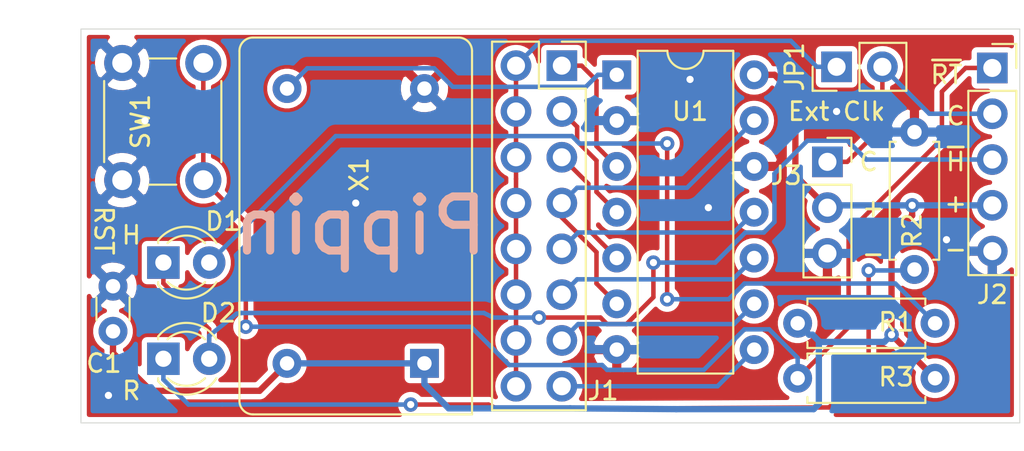
<source format=kicad_pcb>
(kicad_pcb (version 20171130) (host pcbnew "(5.1.4)-1")

  (general
    (thickness 1.6)
    (drawings 18)
    (tracks 171)
    (zones 0)
    (modules 13)
    (nets 18)
  )

  (page A4)
  (layers
    (0 F.Cu signal)
    (31 B.Cu signal)
    (32 B.Adhes user)
    (33 F.Adhes user)
    (34 B.Paste user)
    (35 F.Paste user)
    (36 B.SilkS user)
    (37 F.SilkS user)
    (38 B.Mask user)
    (39 F.Mask user)
    (40 Dwgs.User user)
    (41 Cmts.User user)
    (42 Eco1.User user)
    (43 Eco2.User user)
    (44 Edge.Cuts user)
    (45 Margin user)
    (46 B.CrtYd user)
    (47 F.CrtYd user)
    (48 B.Fab user)
    (49 F.Fab user)
  )

  (setup
    (last_trace_width 0.25)
    (trace_clearance 0.2)
    (zone_clearance 0.508)
    (zone_45_only no)
    (trace_min 0.25)
    (via_size 0.8)
    (via_drill 0.4)
    (via_min_size 0.8)
    (via_min_drill 0.3)
    (uvia_size 0.3)
    (uvia_drill 0.1)
    (uvias_allowed no)
    (uvia_min_size 0.2)
    (uvia_min_drill 0.1)
    (edge_width 0.05)
    (segment_width 0.2)
    (pcb_text_width 0.3)
    (pcb_text_size 1.5 1.5)
    (mod_edge_width 0.12)
    (mod_text_size 1 1)
    (mod_text_width 0.15)
    (pad_size 1.524 1.524)
    (pad_drill 0.762)
    (pad_to_mask_clearance 0.051)
    (solder_mask_min_width 0.25)
    (aux_axis_origin 0 0)
    (visible_elements 7FFFFFFF)
    (pcbplotparams
      (layerselection 0x010fc_ffffffff)
      (usegerberextensions false)
      (usegerberattributes false)
      (usegerberadvancedattributes false)
      (creategerberjobfile false)
      (excludeedgelayer true)
      (linewidth 0.100000)
      (plotframeref false)
      (viasonmask false)
      (mode 1)
      (useauxorigin false)
      (hpglpennumber 1)
      (hpglpenspeed 20)
      (hpglpendiameter 15.000000)
      (psnegative false)
      (psa4output false)
      (plotreference true)
      (plotvalue true)
      (plotinvisibletext false)
      (padsonsilk false)
      (subtractmaskfromsilk false)
      (outputformat 1)
      (mirror false)
      (drillshape 1)
      (scaleselection 1)
      (outputdirectory ""))
  )

  (net 0 "")
  (net 1 "Net-(D1-Pad2)")
  (net 2 "Net-(D1-Pad1)")
  (net 3 "Net-(D2-Pad1)")
  (net 4 "Net-(J1-Pad1)")
  (net 5 "Net-(J1-Pad3)")
  (net 6 "Net-(J1-Pad5)")
  (net 7 "Net-(J1-Pad7)")
  (net 8 "Net-(J2-Pad1)")
  (net 9 /Clock)
  (net 10 VCC)
  (net 11 GND)
  (net 12 "Net-(U1-Pad1)")
  (net 13 "Net-(J1-Pad10)")
  (net 14 "Net-(J1-Pad13)")
  (net 15 "Net-(J1-Pad11)")
  (net 16 "Net-(J1-Pad9)")
  (net 17 "Net-(J1-Pad15)")

  (net_class Default "This is the default net class."
    (clearance 0.2)
    (trace_width 0.25)
    (via_dia 0.8)
    (via_drill 0.4)
    (uvia_dia 0.3)
    (uvia_drill 0.1)
    (add_net /Clock)
    (add_net "Net-(D1-Pad1)")
    (add_net "Net-(D1-Pad2)")
    (add_net "Net-(D2-Pad1)")
    (add_net "Net-(J1-Pad1)")
    (add_net "Net-(J1-Pad10)")
    (add_net "Net-(J1-Pad11)")
    (add_net "Net-(J1-Pad13)")
    (add_net "Net-(J1-Pad15)")
    (add_net "Net-(J1-Pad3)")
    (add_net "Net-(J1-Pad5)")
    (add_net "Net-(J1-Pad7)")
    (add_net "Net-(J1-Pad9)")
    (add_net "Net-(J2-Pad1)")
    (add_net "Net-(U1-Pad1)")
  )

  (net_class PWR ""
    (clearance 0.2)
    (trace_width 0.35)
    (via_dia 0.8)
    (via_drill 0.4)
    (uvia_dia 0.3)
    (uvia_drill 0.1)
    (add_net GND)
    (add_net VCC)
  )

  (module LED_THT:LED_D3.0mm (layer F.Cu) (tedit 587A3A7B) (tstamp 5DAC76FE)
    (at 112.522 70.612)
    (descr "LED, diameter 3.0mm, 2 pins")
    (tags "LED diameter 3.0mm 2 pins")
    (path /5DAC9A72)
    (fp_text reference D1 (at 3.302 -2.286) (layer F.SilkS)
      (effects (font (size 1 1) (thickness 0.15)))
    )
    (fp_text value "LED Red" (at -4.318 0) (layer F.Fab)
      (effects (font (size 1 1) (thickness 0.15)))
    )
    (fp_line (start 3.7 -2.25) (end -1.15 -2.25) (layer F.CrtYd) (width 0.05))
    (fp_line (start 3.7 2.25) (end 3.7 -2.25) (layer F.CrtYd) (width 0.05))
    (fp_line (start -1.15 2.25) (end 3.7 2.25) (layer F.CrtYd) (width 0.05))
    (fp_line (start -1.15 -2.25) (end -1.15 2.25) (layer F.CrtYd) (width 0.05))
    (fp_line (start -0.29 1.08) (end -0.29 1.236) (layer F.SilkS) (width 0.12))
    (fp_line (start -0.29 -1.236) (end -0.29 -1.08) (layer F.SilkS) (width 0.12))
    (fp_line (start -0.23 -1.16619) (end -0.23 1.16619) (layer F.Fab) (width 0.1))
    (fp_circle (center 1.27 0) (end 2.77 0) (layer F.Fab) (width 0.1))
    (fp_arc (start 1.27 0) (end 0.229039 1.08) (angle -87.9) (layer F.SilkS) (width 0.12))
    (fp_arc (start 1.27 0) (end 0.229039 -1.08) (angle 87.9) (layer F.SilkS) (width 0.12))
    (fp_arc (start 1.27 0) (end -0.29 1.235516) (angle -108.8) (layer F.SilkS) (width 0.12))
    (fp_arc (start 1.27 0) (end -0.29 -1.235516) (angle 108.8) (layer F.SilkS) (width 0.12))
    (fp_arc (start 1.27 0) (end -0.23 -1.16619) (angle 284.3) (layer F.Fab) (width 0.1))
    (pad 2 thru_hole circle (at 2.54 0) (size 1.8 1.8) (drill 0.9) (layers *.Cu *.Mask)
      (net 1 "Net-(D1-Pad2)"))
    (pad 1 thru_hole rect (at 0 0) (size 1.8 1.8) (drill 0.9) (layers *.Cu *.Mask)
      (net 2 "Net-(D1-Pad1)"))
    (model ${KISYS3DMOD}/LED_THT.3dshapes/LED_D3.0mm.wrl
      (at (xyz 0 0 0))
      (scale (xyz 1 1 1))
      (rotate (xyz 0 0 0))
    )
  )

  (module LED_THT:LED_D3.0mm (layer F.Cu) (tedit 587A3A7B) (tstamp 5DAC7711)
    (at 112.522 75.946)
    (descr "LED, diameter 3.0mm, 2 pins")
    (tags "LED diameter 3.0mm 2 pins")
    (path /5DAC8C35)
    (fp_text reference D2 (at 3.048 -2.54) (layer F.SilkS)
      (effects (font (size 1 1) (thickness 0.15)))
    )
    (fp_text value "LED Green" (at -5.08 -0.254) (layer F.Fab)
      (effects (font (size 1 1) (thickness 0.15)))
    )
    (fp_arc (start 1.27 0) (end -0.23 -1.16619) (angle 284.3) (layer F.Fab) (width 0.1))
    (fp_arc (start 1.27 0) (end -0.29 -1.235516) (angle 108.8) (layer F.SilkS) (width 0.12))
    (fp_arc (start 1.27 0) (end -0.29 1.235516) (angle -108.8) (layer F.SilkS) (width 0.12))
    (fp_arc (start 1.27 0) (end 0.229039 -1.08) (angle 87.9) (layer F.SilkS) (width 0.12))
    (fp_arc (start 1.27 0) (end 0.229039 1.08) (angle -87.9) (layer F.SilkS) (width 0.12))
    (fp_circle (center 1.27 0) (end 2.77 0) (layer F.Fab) (width 0.1))
    (fp_line (start -0.23 -1.16619) (end -0.23 1.16619) (layer F.Fab) (width 0.1))
    (fp_line (start -0.29 -1.236) (end -0.29 -1.08) (layer F.SilkS) (width 0.12))
    (fp_line (start -0.29 1.08) (end -0.29 1.236) (layer F.SilkS) (width 0.12))
    (fp_line (start -1.15 -2.25) (end -1.15 2.25) (layer F.CrtYd) (width 0.05))
    (fp_line (start -1.15 2.25) (end 3.7 2.25) (layer F.CrtYd) (width 0.05))
    (fp_line (start 3.7 2.25) (end 3.7 -2.25) (layer F.CrtYd) (width 0.05))
    (fp_line (start 3.7 -2.25) (end -1.15 -2.25) (layer F.CrtYd) (width 0.05))
    (pad 1 thru_hole rect (at 0 0) (size 1.8 1.8) (drill 0.9) (layers *.Cu *.Mask)
      (net 3 "Net-(D2-Pad1)"))
    (pad 2 thru_hole circle (at 2.54 0) (size 1.8 1.8) (drill 0.9) (layers *.Cu *.Mask)
      (net 2 "Net-(D1-Pad1)"))
    (model ${KISYS3DMOD}/LED_THT.3dshapes/LED_D3.0mm_Green.wrl
      (at (xyz 0 0 0))
      (scale (xyz 1 1 1))
      (rotate (xyz 0 0 0))
    )
  )

  (module Connector_PinSocket_2.54mm:PinSocket_1x05_P2.54mm_Vertical (layer F.Cu) (tedit 5A19A420) (tstamp 5DAC7762)
    (at 158.496 59.817)
    (descr "Through hole straight socket strip, 1x05, 2.54mm pitch, single row (from Kicad 4.0.7), script generated")
    (tags "Through hole socket strip THT 1x05 2.54mm single row")
    (path /5DAC3A8F)
    (fp_text reference J2 (at 0 12.573) (layer F.SilkS)
      (effects (font (size 1 1) (thickness 0.15)))
    )
    (fp_text value "CPU Control" (at -6.477 5.207) (layer B.Fab)
      (effects (font (size 1 1) (thickness 0.15)) (justify mirror))
    )
    (fp_line (start -1.27 -1.27) (end 0.635 -1.27) (layer F.Fab) (width 0.1))
    (fp_line (start 0.635 -1.27) (end 1.27 -0.635) (layer F.Fab) (width 0.1))
    (fp_line (start 1.27 -0.635) (end 1.27 11.43) (layer F.Fab) (width 0.1))
    (fp_line (start 1.27 11.43) (end -1.27 11.43) (layer F.Fab) (width 0.1))
    (fp_line (start -1.27 11.43) (end -1.27 -1.27) (layer F.Fab) (width 0.1))
    (fp_line (start -1.33 1.27) (end 1.33 1.27) (layer F.SilkS) (width 0.12))
    (fp_line (start -1.33 1.27) (end -1.33 11.49) (layer F.SilkS) (width 0.12))
    (fp_line (start -1.33 11.49) (end 1.33 11.49) (layer F.SilkS) (width 0.12))
    (fp_line (start 1.33 1.27) (end 1.33 11.49) (layer F.SilkS) (width 0.12))
    (fp_line (start 1.33 -1.33) (end 1.33 0) (layer F.SilkS) (width 0.12))
    (fp_line (start 0 -1.33) (end 1.33 -1.33) (layer F.SilkS) (width 0.12))
    (fp_line (start -1.8 -1.8) (end 1.75 -1.8) (layer F.CrtYd) (width 0.05))
    (fp_line (start 1.75 -1.8) (end 1.75 11.9) (layer F.CrtYd) (width 0.05))
    (fp_line (start 1.75 11.9) (end -1.8 11.9) (layer F.CrtYd) (width 0.05))
    (fp_line (start -1.8 11.9) (end -1.8 -1.8) (layer F.CrtYd) (width 0.05))
    (fp_text user %R (at 0 5.08 90) (layer F.Fab)
      (effects (font (size 1 1) (thickness 0.15)))
    )
    (pad 1 thru_hole rect (at 0 0) (size 1.7 1.7) (drill 1) (layers *.Cu *.Mask)
      (net 8 "Net-(J2-Pad1)"))
    (pad 2 thru_hole oval (at 0 2.54) (size 1.7 1.7) (drill 1) (layers *.Cu *.Mask)
      (net 9 /Clock))
    (pad 3 thru_hole oval (at 0 5.08) (size 1.7 1.7) (drill 1) (layers *.Cu *.Mask)
      (net 2 "Net-(D1-Pad1)"))
    (pad 4 thru_hole oval (at 0 7.62) (size 1.7 1.7) (drill 1) (layers *.Cu *.Mask)
      (net 10 VCC))
    (pad 5 thru_hole oval (at 0 10.16) (size 1.7 1.7) (drill 1) (layers *.Cu *.Mask)
      (net 11 GND))
    (model ${KISYS3DMOD}/Connector_PinSocket_2.54mm.3dshapes/PinSocket_1x05_P2.54mm_Vertical.wrl
      (at (xyz 0 0 0))
      (scale (xyz 1 1 1))
      (rotate (xyz 0 0 0))
    )
  )

  (module Connector_PinSocket_2.54mm:PinSocket_1x03_P2.54mm_Vertical (layer F.Cu) (tedit 5A19A429) (tstamp 5DAC7779)
    (at 149.352 65.024)
    (descr "Through hole straight socket strip, 1x03, 2.54mm pitch, single row (from Kicad 4.0.7), script generated")
    (tags "Through hole socket strip THT 1x03 2.54mm single row")
    (path /5DACD554)
    (fp_text reference J3 (at -2.286 0.762) (layer F.SilkS)
      (effects (font (size 1 1) (thickness 0.15)))
    )
    (fp_text value "Ext Clock" (at -2.032 2.286 90) (layer F.Fab)
      (effects (font (size 1 1) (thickness 0.15)))
    )
    (fp_line (start -1.27 -1.27) (end 0.635 -1.27) (layer F.Fab) (width 0.1))
    (fp_line (start 0.635 -1.27) (end 1.27 -0.635) (layer F.Fab) (width 0.1))
    (fp_line (start 1.27 -0.635) (end 1.27 6.35) (layer F.Fab) (width 0.1))
    (fp_line (start 1.27 6.35) (end -1.27 6.35) (layer F.Fab) (width 0.1))
    (fp_line (start -1.27 6.35) (end -1.27 -1.27) (layer F.Fab) (width 0.1))
    (fp_line (start -1.33 1.27) (end 1.33 1.27) (layer F.SilkS) (width 0.12))
    (fp_line (start -1.33 1.27) (end -1.33 6.41) (layer F.SilkS) (width 0.12))
    (fp_line (start -1.33 6.41) (end 1.33 6.41) (layer F.SilkS) (width 0.12))
    (fp_line (start 1.33 1.27) (end 1.33 6.41) (layer F.SilkS) (width 0.12))
    (fp_line (start 1.33 -1.33) (end 1.33 0) (layer F.SilkS) (width 0.12))
    (fp_line (start 0 -1.33) (end 1.33 -1.33) (layer F.SilkS) (width 0.12))
    (fp_line (start -1.8 -1.8) (end 1.75 -1.8) (layer F.CrtYd) (width 0.05))
    (fp_line (start 1.75 -1.8) (end 1.75 6.85) (layer F.CrtYd) (width 0.05))
    (fp_line (start 1.75 6.85) (end -1.8 6.85) (layer F.CrtYd) (width 0.05))
    (fp_line (start -1.8 6.85) (end -1.8 -1.8) (layer F.CrtYd) (width 0.05))
    (fp_text user %R (at 0 2.54 90) (layer F.Fab)
      (effects (font (size 1 1) (thickness 0.15)))
    )
    (pad 1 thru_hole rect (at 0 0) (size 1.7 1.7) (drill 1) (layers *.Cu *.Mask)
      (net 9 /Clock))
    (pad 2 thru_hole oval (at 0 2.54) (size 1.7 1.7) (drill 1) (layers *.Cu *.Mask)
      (net 10 VCC))
    (pad 3 thru_hole oval (at 0 5.08) (size 1.7 1.7) (drill 1) (layers *.Cu *.Mask)
      (net 11 GND))
    (model ${KISYS3DMOD}/Connector_PinSocket_2.54mm.3dshapes/PinSocket_1x03_P2.54mm_Vertical.wrl
      (at (xyz 0 0 0))
      (scale (xyz 1 1 1))
      (rotate (xyz 0 0 0))
    )
  )

  (module Connector_PinHeader_2.54mm:PinHeader_1x02_P2.54mm_Vertical (layer F.Cu) (tedit 59FED5CC) (tstamp 5DAC778F)
    (at 149.86 59.7535 90)
    (descr "Through hole straight pin header, 1x02, 2.54mm pitch, single row")
    (tags "Through hole pin header THT 1x02 2.54mm single row")
    (path /5DACC4DF)
    (fp_text reference JP1 (at 0 -2.33 90) (layer F.SilkS)
      (effects (font (size 1 1) (thickness 0.15)))
    )
    (fp_text value Jumper (at 2.8575 1.524 180) (layer F.Fab)
      (effects (font (size 1 1) (thickness 0.15)))
    )
    (fp_line (start -0.635 -1.27) (end 1.27 -1.27) (layer F.Fab) (width 0.1))
    (fp_line (start 1.27 -1.27) (end 1.27 3.81) (layer F.Fab) (width 0.1))
    (fp_line (start 1.27 3.81) (end -1.27 3.81) (layer F.Fab) (width 0.1))
    (fp_line (start -1.27 3.81) (end -1.27 -0.635) (layer F.Fab) (width 0.1))
    (fp_line (start -1.27 -0.635) (end -0.635 -1.27) (layer F.Fab) (width 0.1))
    (fp_line (start -1.33 3.87) (end 1.33 3.87) (layer F.SilkS) (width 0.12))
    (fp_line (start -1.33 1.27) (end -1.33 3.87) (layer F.SilkS) (width 0.12))
    (fp_line (start 1.33 1.27) (end 1.33 3.87) (layer F.SilkS) (width 0.12))
    (fp_line (start -1.33 1.27) (end 1.33 1.27) (layer F.SilkS) (width 0.12))
    (fp_line (start -1.33 0) (end -1.33 -1.33) (layer F.SilkS) (width 0.12))
    (fp_line (start -1.33 -1.33) (end 0 -1.33) (layer F.SilkS) (width 0.12))
    (fp_line (start -1.8 -1.8) (end -1.8 4.35) (layer F.CrtYd) (width 0.05))
    (fp_line (start -1.8 4.35) (end 1.8 4.35) (layer F.CrtYd) (width 0.05))
    (fp_line (start 1.8 4.35) (end 1.8 -1.8) (layer F.CrtYd) (width 0.05))
    (fp_line (start 1.8 -1.8) (end -1.8 -1.8) (layer F.CrtYd) (width 0.05))
    (fp_text user %R (at 0 1.27) (layer F.Fab)
      (effects (font (size 1 1) (thickness 0.15)))
    )
    (pad 1 thru_hole rect (at 0 0 90) (size 1.7 1.7) (drill 1) (layers *.Cu *.Mask)
      (net 13 "Net-(J1-Pad10)"))
    (pad 2 thru_hole oval (at 0 2.54 90) (size 1.7 1.7) (drill 1) (layers *.Cu *.Mask)
      (net 9 /Clock))
    (model ${KISYS3DMOD}/Connector_PinHeader_2.54mm.3dshapes/PinHeader_1x02_P2.54mm_Vertical.wrl
      (at (xyz 0 0 0))
      (scale (xyz 1 1 1))
      (rotate (xyz 0 0 0))
    )
  )

  (module Resistor_THT:R_Axial_DIN0207_L6.3mm_D2.5mm_P7.62mm_Horizontal (layer F.Cu) (tedit 5AE5139B) (tstamp 5DAC77A6)
    (at 147.701 73.9775)
    (descr "Resistor, Axial_DIN0207 series, Axial, Horizontal, pin pitch=7.62mm, 0.25W = 1/4W, length*diameter=6.3*2.5mm^2, http://cdn-reichelt.de/documents/datenblatt/B400/1_4W%23YAG.pdf")
    (tags "Resistor Axial_DIN0207 series Axial Horizontal pin pitch 7.62mm 0.25W = 1/4W length 6.3mm diameter 2.5mm")
    (path /5DACAF63)
    (fp_text reference R1 (at 5.461 -0.0635) (layer F.SilkS)
      (effects (font (size 1 1) (thickness 0.15)))
    )
    (fp_text value 1k (at 4.699 2.9845) (layer F.Fab)
      (effects (font (size 1 1) (thickness 0.15)))
    )
    (fp_text user %R (at 2.413 -0.0635) (layer F.Fab)
      (effects (font (size 1 1) (thickness 0.15)))
    )
    (fp_line (start 8.67 -1.5) (end -1.05 -1.5) (layer F.CrtYd) (width 0.05))
    (fp_line (start 8.67 1.5) (end 8.67 -1.5) (layer F.CrtYd) (width 0.05))
    (fp_line (start -1.05 1.5) (end 8.67 1.5) (layer F.CrtYd) (width 0.05))
    (fp_line (start -1.05 -1.5) (end -1.05 1.5) (layer F.CrtYd) (width 0.05))
    (fp_line (start 7.08 1.37) (end 7.08 1.04) (layer F.SilkS) (width 0.12))
    (fp_line (start 0.54 1.37) (end 7.08 1.37) (layer F.SilkS) (width 0.12))
    (fp_line (start 0.54 1.04) (end 0.54 1.37) (layer F.SilkS) (width 0.12))
    (fp_line (start 7.08 -1.37) (end 7.08 -1.04) (layer F.SilkS) (width 0.12))
    (fp_line (start 0.54 -1.37) (end 7.08 -1.37) (layer F.SilkS) (width 0.12))
    (fp_line (start 0.54 -1.04) (end 0.54 -1.37) (layer F.SilkS) (width 0.12))
    (fp_line (start 7.62 0) (end 6.96 0) (layer F.Fab) (width 0.1))
    (fp_line (start 0 0) (end 0.66 0) (layer F.Fab) (width 0.1))
    (fp_line (start 6.96 -1.25) (end 0.66 -1.25) (layer F.Fab) (width 0.1))
    (fp_line (start 6.96 1.25) (end 6.96 -1.25) (layer F.Fab) (width 0.1))
    (fp_line (start 0.66 1.25) (end 6.96 1.25) (layer F.Fab) (width 0.1))
    (fp_line (start 0.66 -1.25) (end 0.66 1.25) (layer F.Fab) (width 0.1))
    (pad 2 thru_hole oval (at 7.62 0) (size 1.6 1.6) (drill 0.8) (layers *.Cu *.Mask)
      (net 1 "Net-(D1-Pad2)"))
    (pad 1 thru_hole circle (at 0 0) (size 1.6 1.6) (drill 0.8) (layers *.Cu *.Mask)
      (net 10 VCC))
    (model ${KISYS3DMOD}/Resistor_THT.3dshapes/R_Axial_DIN0207_L6.3mm_D2.5mm_P7.62mm_Horizontal.wrl
      (at (xyz 0 0 0))
      (scale (xyz 1 1 1))
      (rotate (xyz 0 0 0))
    )
  )

  (module Resistor_THT:R_Axial_DIN0207_L6.3mm_D2.5mm_P7.62mm_Horizontal (layer F.Cu) (tedit 5AE5139B) (tstamp 5DAC77BD)
    (at 154.178 70.993 90)
    (descr "Resistor, Axial_DIN0207 series, Axial, Horizontal, pin pitch=7.62mm, 0.25W = 1/4W, length*diameter=6.3*2.5mm^2, http://cdn-reichelt.de/documents/datenblatt/B400/1_4W%23YAG.pdf")
    (tags "Resistor Axial_DIN0207 series Axial Horizontal pin pitch 7.62mm 0.25W = 1/4W length 6.3mm diameter 2.5mm")
    (path /5DACA2B5)
    (fp_text reference R2 (at 2.159 -0.127 90) (layer F.SilkS)
      (effects (font (size 1 1) (thickness 0.15)))
    )
    (fp_text value 1k (at 5.715 0 90) (layer F.Fab)
      (effects (font (size 1 1) (thickness 0.15)))
    )
    (fp_line (start 0.66 -1.25) (end 0.66 1.25) (layer F.Fab) (width 0.1))
    (fp_line (start 0.66 1.25) (end 6.96 1.25) (layer F.Fab) (width 0.1))
    (fp_line (start 6.96 1.25) (end 6.96 -1.25) (layer F.Fab) (width 0.1))
    (fp_line (start 6.96 -1.25) (end 0.66 -1.25) (layer F.Fab) (width 0.1))
    (fp_line (start 0 0) (end 0.66 0) (layer F.Fab) (width 0.1))
    (fp_line (start 7.62 0) (end 6.96 0) (layer F.Fab) (width 0.1))
    (fp_line (start 0.54 -1.04) (end 0.54 -1.37) (layer F.SilkS) (width 0.12))
    (fp_line (start 0.54 -1.37) (end 7.08 -1.37) (layer F.SilkS) (width 0.12))
    (fp_line (start 7.08 -1.37) (end 7.08 -1.04) (layer F.SilkS) (width 0.12))
    (fp_line (start 0.54 1.04) (end 0.54 1.37) (layer F.SilkS) (width 0.12))
    (fp_line (start 0.54 1.37) (end 7.08 1.37) (layer F.SilkS) (width 0.12))
    (fp_line (start 7.08 1.37) (end 7.08 1.04) (layer F.SilkS) (width 0.12))
    (fp_line (start -1.05 -1.5) (end -1.05 1.5) (layer F.CrtYd) (width 0.05))
    (fp_line (start -1.05 1.5) (end 8.67 1.5) (layer F.CrtYd) (width 0.05))
    (fp_line (start 8.67 1.5) (end 8.67 -1.5) (layer F.CrtYd) (width 0.05))
    (fp_line (start 8.67 -1.5) (end -1.05 -1.5) (layer F.CrtYd) (width 0.05))
    (fp_text user %R (at 2.159 0 90) (layer F.Fab)
      (effects (font (size 1 1) (thickness 0.15)))
    )
    (pad 1 thru_hole circle (at 0 0 90) (size 1.6 1.6) (drill 0.8) (layers *.Cu *.Mask)
      (net 3 "Net-(D2-Pad1)"))
    (pad 2 thru_hole oval (at 7.62 0 90) (size 1.6 1.6) (drill 0.8) (layers *.Cu *.Mask)
      (net 11 GND))
    (model ${KISYS3DMOD}/Resistor_THT.3dshapes/R_Axial_DIN0207_L6.3mm_D2.5mm_P7.62mm_Horizontal.wrl
      (at (xyz 0 0 0))
      (scale (xyz 1 1 1))
      (rotate (xyz 0 0 0))
    )
  )

  (module Resistor_THT:R_Axial_DIN0207_L6.3mm_D2.5mm_P7.62mm_Horizontal (layer F.Cu) (tedit 5AE5139B) (tstamp 5DAC77D4)
    (at 155.321 77.0255 180)
    (descr "Resistor, Axial_DIN0207 series, Axial, Horizontal, pin pitch=7.62mm, 0.25W = 1/4W, length*diameter=6.3*2.5mm^2, http://cdn-reichelt.de/documents/datenblatt/B400/1_4W%23YAG.pdf")
    (tags "Resistor Axial_DIN0207 series Axial Horizontal pin pitch 7.62mm 0.25W = 1/4W length 6.3mm diameter 2.5mm")
    (path /5DACB1E3)
    (fp_text reference R3 (at 2.159 0.0635) (layer F.SilkS)
      (effects (font (size 1 1) (thickness 0.15)))
    )
    (fp_text value 10k (at 2.667 3.1115) (layer F.Fab)
      (effects (font (size 1 1) (thickness 0.15)))
    )
    (fp_line (start 0.66 -1.25) (end 0.66 1.25) (layer F.Fab) (width 0.1))
    (fp_line (start 0.66 1.25) (end 6.96 1.25) (layer F.Fab) (width 0.1))
    (fp_line (start 6.96 1.25) (end 6.96 -1.25) (layer F.Fab) (width 0.1))
    (fp_line (start 6.96 -1.25) (end 0.66 -1.25) (layer F.Fab) (width 0.1))
    (fp_line (start 0 0) (end 0.66 0) (layer F.Fab) (width 0.1))
    (fp_line (start 7.62 0) (end 6.96 0) (layer F.Fab) (width 0.1))
    (fp_line (start 0.54 -1.04) (end 0.54 -1.37) (layer F.SilkS) (width 0.12))
    (fp_line (start 0.54 -1.37) (end 7.08 -1.37) (layer F.SilkS) (width 0.12))
    (fp_line (start 7.08 -1.37) (end 7.08 -1.04) (layer F.SilkS) (width 0.12))
    (fp_line (start 0.54 1.04) (end 0.54 1.37) (layer F.SilkS) (width 0.12))
    (fp_line (start 0.54 1.37) (end 7.08 1.37) (layer F.SilkS) (width 0.12))
    (fp_line (start 7.08 1.37) (end 7.08 1.04) (layer F.SilkS) (width 0.12))
    (fp_line (start -1.05 -1.5) (end -1.05 1.5) (layer F.CrtYd) (width 0.05))
    (fp_line (start -1.05 1.5) (end 8.67 1.5) (layer F.CrtYd) (width 0.05))
    (fp_line (start 8.67 1.5) (end 8.67 -1.5) (layer F.CrtYd) (width 0.05))
    (fp_line (start 8.67 -1.5) (end -1.05 -1.5) (layer F.CrtYd) (width 0.05))
    (fp_text user %R (at 5.207 0) (layer F.Fab)
      (effects (font (size 1 1) (thickness 0.15)))
    )
    (pad 1 thru_hole circle (at 0 0 180) (size 1.6 1.6) (drill 0.8) (layers *.Cu *.Mask)
      (net 10 VCC))
    (pad 2 thru_hole oval (at 7.62 0 180) (size 1.6 1.6) (drill 0.8) (layers *.Cu *.Mask)
      (net 8 "Net-(J2-Pad1)"))
    (model ${KISYS3DMOD}/Resistor_THT.3dshapes/R_Axial_DIN0207_L6.3mm_D2.5mm_P7.62mm_Horizontal.wrl
      (at (xyz 0 0 0))
      (scale (xyz 1 1 1))
      (rotate (xyz 0 0 0))
    )
  )

  (module Button_Switch_THT:SW_PUSH_6mm (layer F.Cu) (tedit 5A02FE31) (tstamp 5DAC77F3)
    (at 110.236 66.04 90)
    (descr https://www.omron.com/ecb/products/pdf/en-b3f.pdf)
    (tags "tact sw push 6mm")
    (path /5DAC7C98)
    (fp_text reference SW1 (at 3.25 1.016 90) (layer F.SilkS)
      (effects (font (size 1 1) (thickness 0.15)))
    )
    (fp_text value SW_Push (at 2.794 -3.048 90) (layer F.Fab)
      (effects (font (size 1 1) (thickness 0.15)))
    )
    (fp_text user %R (at 3.25 2.25 90) (layer F.Fab)
      (effects (font (size 1 1) (thickness 0.15)))
    )
    (fp_line (start 3.25 -0.75) (end 6.25 -0.75) (layer F.Fab) (width 0.1))
    (fp_line (start 6.25 -0.75) (end 6.25 5.25) (layer F.Fab) (width 0.1))
    (fp_line (start 6.25 5.25) (end 0.25 5.25) (layer F.Fab) (width 0.1))
    (fp_line (start 0.25 5.25) (end 0.25 -0.75) (layer F.Fab) (width 0.1))
    (fp_line (start 0.25 -0.75) (end 3.25 -0.75) (layer F.Fab) (width 0.1))
    (fp_line (start 7.75 6) (end 8 6) (layer F.CrtYd) (width 0.05))
    (fp_line (start 8 6) (end 8 5.75) (layer F.CrtYd) (width 0.05))
    (fp_line (start 7.75 -1.5) (end 8 -1.5) (layer F.CrtYd) (width 0.05))
    (fp_line (start 8 -1.5) (end 8 -1.25) (layer F.CrtYd) (width 0.05))
    (fp_line (start -1.5 -1.25) (end -1.5 -1.5) (layer F.CrtYd) (width 0.05))
    (fp_line (start -1.5 -1.5) (end -1.25 -1.5) (layer F.CrtYd) (width 0.05))
    (fp_line (start -1.5 5.75) (end -1.5 6) (layer F.CrtYd) (width 0.05))
    (fp_line (start -1.5 6) (end -1.25 6) (layer F.CrtYd) (width 0.05))
    (fp_line (start -1.25 -1.5) (end 7.75 -1.5) (layer F.CrtYd) (width 0.05))
    (fp_line (start -1.5 5.75) (end -1.5 -1.25) (layer F.CrtYd) (width 0.05))
    (fp_line (start 7.75 6) (end -1.25 6) (layer F.CrtYd) (width 0.05))
    (fp_line (start 8 -1.25) (end 8 5.75) (layer F.CrtYd) (width 0.05))
    (fp_line (start 1 5.5) (end 5.5 5.5) (layer F.SilkS) (width 0.12))
    (fp_line (start -0.25 1.5) (end -0.25 3) (layer F.SilkS) (width 0.12))
    (fp_line (start 5.5 -1) (end 1 -1) (layer F.SilkS) (width 0.12))
    (fp_line (start 6.75 3) (end 6.75 1.5) (layer F.SilkS) (width 0.12))
    (fp_circle (center 3.25 2.25) (end 1.25 2.5) (layer F.Fab) (width 0.1))
    (pad 2 thru_hole circle (at 0 4.5 180) (size 2 2) (drill 1.1) (layers *.Cu *.Mask)
      (net 8 "Net-(J2-Pad1)"))
    (pad 1 thru_hole circle (at 0 0 180) (size 2 2) (drill 1.1) (layers *.Cu *.Mask)
      (net 11 GND))
    (pad 2 thru_hole circle (at 6.5 4.5 180) (size 2 2) (drill 1.1) (layers *.Cu *.Mask)
      (net 8 "Net-(J2-Pad1)"))
    (pad 1 thru_hole circle (at 6.5 0 180) (size 2 2) (drill 1.1) (layers *.Cu *.Mask)
      (net 11 GND))
    (model ${KISYS3DMOD}/Button_Switch_THT.3dshapes/SW_PUSH_6mm.wrl
      (at (xyz 0 0 0))
      (scale (xyz 1 1 1))
      (rotate (xyz 0 0 0))
    )
  )

  (module Oscillator:Oscillator_DIP-14 (layer F.Cu) (tedit 58CD3344) (tstamp 5DAC7839)
    (at 127 76.2 90)
    (descr "Oscillator, DIP14, http://cdn-reichelt.de/documents/datenblatt/B400/OSZI.pdf")
    (tags oscillator)
    (path /5DAC5929)
    (fp_text reference X1 (at 10.4775 -3.6195 90) (layer F.SilkS)
      (effects (font (size 1 1) (thickness 0.15)))
    )
    (fp_text value "Osc 16MHz" (at 7.9375 0.4445 90) (layer F.Fab)
      (effects (font (size 1 1) (thickness 0.15)))
    )
    (fp_text user %R (at 7.62 -3.81 90) (layer F.Fab)
      (effects (font (size 1 1) (thickness 0.15)))
    )
    (fp_line (start 18.22 2.79) (end 18.22 -10.41) (layer F.CrtYd) (width 0.05))
    (fp_line (start 18.22 -10.41) (end -2.98 -10.41) (layer F.CrtYd) (width 0.05))
    (fp_line (start -2.98 -10.41) (end -2.98 2.79) (layer F.CrtYd) (width 0.05))
    (fp_line (start -2.98 2.79) (end 18.22 2.79) (layer F.CrtYd) (width 0.05))
    (fp_line (start 16.97 1.19) (end 16.97 -8.81) (layer F.Fab) (width 0.1))
    (fp_line (start -1.38 -9.16) (end 16.62 -9.16) (layer F.Fab) (width 0.1))
    (fp_line (start -1.73 1.54) (end -1.73 -8.81) (layer F.Fab) (width 0.1))
    (fp_line (start -1.73 1.54) (end 16.62 1.54) (layer F.Fab) (width 0.1))
    (fp_line (start -2.83 -9.51) (end -2.83 2.64) (layer F.SilkS) (width 0.12))
    (fp_line (start 17.32 -10.26) (end -2.08 -10.26) (layer F.SilkS) (width 0.12))
    (fp_line (start 18.07 1.89) (end 18.07 -9.51) (layer F.SilkS) (width 0.12))
    (fp_line (start -2.83 2.64) (end 17.32 2.64) (layer F.SilkS) (width 0.12))
    (fp_line (start -2.73 2.54) (end 17.32 2.54) (layer F.Fab) (width 0.1))
    (fp_line (start 17.97 -9.51) (end 17.97 1.89) (layer F.Fab) (width 0.1))
    (fp_line (start -2.08 -10.16) (end 17.32 -10.16) (layer F.Fab) (width 0.1))
    (fp_line (start -2.73 2.54) (end -2.73 -9.51) (layer F.Fab) (width 0.1))
    (fp_arc (start 16.62 1.19) (end 16.97 1.19) (angle 90) (layer F.Fab) (width 0.1))
    (fp_arc (start 16.62 -8.81) (end 16.62 -9.16) (angle 90) (layer F.Fab) (width 0.1))
    (fp_arc (start -1.38 -8.81) (end -1.73 -8.81) (angle 90) (layer F.Fab) (width 0.1))
    (fp_arc (start 17.32 1.89) (end 18.07 1.89) (angle 90) (layer F.SilkS) (width 0.12))
    (fp_arc (start 17.32 -9.51) (end 17.32 -10.26) (angle 90) (layer F.SilkS) (width 0.12))
    (fp_arc (start -2.08 -9.51) (end -2.83 -9.51) (angle 90) (layer F.SilkS) (width 0.12))
    (fp_arc (start 17.32 1.89) (end 17.97 1.89) (angle 90) (layer F.Fab) (width 0.1))
    (fp_arc (start 17.32 -9.51) (end 17.32 -10.16) (angle 90) (layer F.Fab) (width 0.1))
    (fp_arc (start -2.08 -9.51) (end -2.73 -9.51) (angle 90) (layer F.Fab) (width 0.1))
    (pad 1 thru_hole rect (at 0 0 90) (size 1.6 1.6) (drill 0.8) (layers *.Cu *.Mask)
      (net 10 VCC))
    (pad 14 thru_hole circle (at 0 -7.62 90) (size 1.6 1.6) (drill 0.8) (layers *.Cu *.Mask)
      (net 10 VCC))
    (pad 8 thru_hole circle (at 15.24 -7.62 90) (size 1.6 1.6) (drill 0.8) (layers *.Cu *.Mask)
      (net 12 "Net-(U1-Pad1)"))
    (pad 7 thru_hole circle (at 15.24 0 90) (size 1.6 1.6) (drill 0.8) (layers *.Cu *.Mask)
      (net 11 GND))
    (model ${KISYS3DMOD}/Oscillator.3dshapes/Oscillator_DIP-14.wrl
      (at (xyz 0 0 0))
      (scale (xyz 1 1 1))
      (rotate (xyz 0 0 0))
    )
  )

  (module Connector_PinSocket_2.54mm:PinSocket_2x08_P2.54mm_Vertical (layer F.Cu) (tedit 5A19A42B) (tstamp 5DAC7693)
    (at 134.62 59.69)
    (descr "Through hole straight socket strip, 2x08, 2.54mm pitch, double cols (from Kicad 4.0.7), script generated")
    (tags "Through hole socket strip THT 2x08 2.54mm double row")
    (path /5DAC8284)
    (fp_text reference J1 (at 2.286 18.034) (layer F.SilkS)
      (effects (font (size 1 1) (thickness 0.15)))
    )
    (fp_text value "Freq select" (at -1.27 20.55) (layer F.Fab)
      (effects (font (size 1 1) (thickness 0.15)))
    )
    (fp_line (start -3.81 -1.27) (end 0.27 -1.27) (layer F.Fab) (width 0.1))
    (fp_line (start 0.27 -1.27) (end 1.27 -0.27) (layer F.Fab) (width 0.1))
    (fp_line (start 1.27 -0.27) (end 1.27 19.05) (layer F.Fab) (width 0.1))
    (fp_line (start 1.27 19.05) (end -3.81 19.05) (layer F.Fab) (width 0.1))
    (fp_line (start -3.81 19.05) (end -3.81 -1.27) (layer F.Fab) (width 0.1))
    (fp_line (start -3.87 -1.33) (end -1.27 -1.33) (layer F.SilkS) (width 0.12))
    (fp_line (start -3.87 -1.33) (end -3.87 19.11) (layer F.SilkS) (width 0.12))
    (fp_line (start -3.87 19.11) (end 1.33 19.11) (layer F.SilkS) (width 0.12))
    (fp_line (start 1.33 1.27) (end 1.33 19.11) (layer F.SilkS) (width 0.12))
    (fp_line (start -1.27 1.27) (end 1.33 1.27) (layer F.SilkS) (width 0.12))
    (fp_line (start -1.27 -1.33) (end -1.27 1.27) (layer F.SilkS) (width 0.12))
    (fp_line (start 1.33 -1.33) (end 1.33 0) (layer F.SilkS) (width 0.12))
    (fp_line (start 0 -1.33) (end 1.33 -1.33) (layer F.SilkS) (width 0.12))
    (fp_line (start -4.34 -1.8) (end 1.76 -1.8) (layer F.CrtYd) (width 0.05))
    (fp_line (start 1.76 -1.8) (end 1.76 19.55) (layer F.CrtYd) (width 0.05))
    (fp_line (start 1.76 19.55) (end -4.34 19.55) (layer F.CrtYd) (width 0.05))
    (fp_line (start -4.34 19.55) (end -4.34 -1.8) (layer F.CrtYd) (width 0.05))
    (fp_text user %R (at -1.27 8.89 90) (layer F.Fab)
      (effects (font (size 1 1) (thickness 0.15)))
    )
    (pad 1 thru_hole rect (at 0 0) (size 1.7 1.7) (drill 1) (layers *.Cu *.Mask)
      (net 4 "Net-(J1-Pad1)"))
    (pad 2 thru_hole oval (at -2.54 0) (size 1.7 1.7) (drill 1) (layers *.Cu *.Mask)
      (net 13 "Net-(J1-Pad10)"))
    (pad 3 thru_hole oval (at 0 2.54) (size 1.7 1.7) (drill 1) (layers *.Cu *.Mask)
      (net 5 "Net-(J1-Pad3)"))
    (pad 4 thru_hole oval (at -2.54 2.54) (size 1.7 1.7) (drill 1) (layers *.Cu *.Mask)
      (net 13 "Net-(J1-Pad10)"))
    (pad 5 thru_hole oval (at 0 5.08) (size 1.7 1.7) (drill 1) (layers *.Cu *.Mask)
      (net 6 "Net-(J1-Pad5)"))
    (pad 6 thru_hole oval (at -2.54 5.08) (size 1.7 1.7) (drill 1) (layers *.Cu *.Mask)
      (net 13 "Net-(J1-Pad10)"))
    (pad 7 thru_hole oval (at 0 7.62) (size 1.7 1.7) (drill 1) (layers *.Cu *.Mask)
      (net 7 "Net-(J1-Pad7)"))
    (pad 8 thru_hole oval (at -2.54 7.62) (size 1.7 1.7) (drill 1) (layers *.Cu *.Mask)
      (net 13 "Net-(J1-Pad10)"))
    (pad 9 thru_hole oval (at 0 10.16) (size 1.7 1.7) (drill 1) (layers *.Cu *.Mask)
      (net 16 "Net-(J1-Pad9)"))
    (pad 10 thru_hole oval (at -2.54 10.16) (size 1.7 1.7) (drill 1) (layers *.Cu *.Mask)
      (net 13 "Net-(J1-Pad10)"))
    (pad 11 thru_hole oval (at 0 12.7) (size 1.7 1.7) (drill 1) (layers *.Cu *.Mask)
      (net 15 "Net-(J1-Pad11)"))
    (pad 12 thru_hole oval (at -2.54 12.7) (size 1.7 1.7) (drill 1) (layers *.Cu *.Mask)
      (net 13 "Net-(J1-Pad10)"))
    (pad 13 thru_hole oval (at 0 15.24) (size 1.7 1.7) (drill 1) (layers *.Cu *.Mask)
      (net 14 "Net-(J1-Pad13)"))
    (pad 14 thru_hole oval (at -2.54 15.24) (size 1.7 1.7) (drill 1) (layers *.Cu *.Mask)
      (net 13 "Net-(J1-Pad10)"))
    (pad 15 thru_hole oval (at 0 17.78) (size 1.7 1.7) (drill 1) (layers *.Cu *.Mask)
      (net 17 "Net-(J1-Pad15)"))
    (pad 16 thru_hole oval (at -2.54 17.78) (size 1.7 1.7) (drill 1) (layers *.Cu *.Mask)
      (net 13 "Net-(J1-Pad10)"))
    (model ${KISYS3DMOD}/Connector_PinSocket_2.54mm.3dshapes/PinSocket_2x08_P2.54mm_Vertical.wrl
      (at (xyz 0 0 0))
      (scale (xyz 1 1 1))
      (rotate (xyz 0 0 0))
    )
  )

  (module Package_DIP:DIP-14_W7.62mm (layer F.Cu) (tedit 5A02E8C5) (tstamp 5DAC956D)
    (at 137.668 60.198)
    (descr "14-lead though-hole mounted DIP package, row spacing 7.62 mm (300 mils)")
    (tags "THT DIP DIL PDIP 2.54mm 7.62mm 300mil")
    (path /5DAD4920)
    (fp_text reference U1 (at 4.064 2.032) (layer F.SilkS)
      (effects (font (size 1 1) (thickness 0.15)))
    )
    (fp_text value 74LS393 (at 3.81 17.57) (layer F.Fab)
      (effects (font (size 1 1) (thickness 0.15)))
    )
    (fp_arc (start 3.81 -1.33) (end 2.81 -1.33) (angle -180) (layer F.SilkS) (width 0.12))
    (fp_line (start 1.635 -1.27) (end 6.985 -1.27) (layer F.Fab) (width 0.1))
    (fp_line (start 6.985 -1.27) (end 6.985 16.51) (layer F.Fab) (width 0.1))
    (fp_line (start 6.985 16.51) (end 0.635 16.51) (layer F.Fab) (width 0.1))
    (fp_line (start 0.635 16.51) (end 0.635 -0.27) (layer F.Fab) (width 0.1))
    (fp_line (start 0.635 -0.27) (end 1.635 -1.27) (layer F.Fab) (width 0.1))
    (fp_line (start 2.81 -1.33) (end 1.16 -1.33) (layer F.SilkS) (width 0.12))
    (fp_line (start 1.16 -1.33) (end 1.16 16.57) (layer F.SilkS) (width 0.12))
    (fp_line (start 1.16 16.57) (end 6.46 16.57) (layer F.SilkS) (width 0.12))
    (fp_line (start 6.46 16.57) (end 6.46 -1.33) (layer F.SilkS) (width 0.12))
    (fp_line (start 6.46 -1.33) (end 4.81 -1.33) (layer F.SilkS) (width 0.12))
    (fp_line (start -1.1 -1.55) (end -1.1 16.8) (layer F.CrtYd) (width 0.05))
    (fp_line (start -1.1 16.8) (end 8.7 16.8) (layer F.CrtYd) (width 0.05))
    (fp_line (start 8.7 16.8) (end 8.7 -1.55) (layer F.CrtYd) (width 0.05))
    (fp_line (start 8.7 -1.55) (end -1.1 -1.55) (layer F.CrtYd) (width 0.05))
    (fp_text user %R (at 3.81 7.62) (layer F.Fab)
      (effects (font (size 1 1) (thickness 0.15)))
    )
    (pad 1 thru_hole rect (at 0 0) (size 1.6 1.6) (drill 0.8) (layers *.Cu *.Mask)
      (net 12 "Net-(U1-Pad1)"))
    (pad 8 thru_hole oval (at 7.62 15.24) (size 1.6 1.6) (drill 0.8) (layers *.Cu *.Mask)
      (net 17 "Net-(J1-Pad15)"))
    (pad 2 thru_hole oval (at 0 2.54) (size 1.6 1.6) (drill 0.8) (layers *.Cu *.Mask)
      (net 11 GND))
    (pad 9 thru_hole oval (at 7.62 12.7) (size 1.6 1.6) (drill 0.8) (layers *.Cu *.Mask)
      (net 14 "Net-(J1-Pad13)"))
    (pad 3 thru_hole oval (at 0 5.08) (size 1.6 1.6) (drill 0.8) (layers *.Cu *.Mask)
      (net 4 "Net-(J1-Pad1)"))
    (pad 10 thru_hole oval (at 7.62 10.16) (size 1.6 1.6) (drill 0.8) (layers *.Cu *.Mask)
      (net 15 "Net-(J1-Pad11)"))
    (pad 4 thru_hole oval (at 0 7.62) (size 1.6 1.6) (drill 0.8) (layers *.Cu *.Mask)
      (net 5 "Net-(J1-Pad3)"))
    (pad 11 thru_hole oval (at 7.62 7.62) (size 1.6 1.6) (drill 0.8) (layers *.Cu *.Mask)
      (net 16 "Net-(J1-Pad9)"))
    (pad 5 thru_hole oval (at 0 10.16) (size 1.6 1.6) (drill 0.8) (layers *.Cu *.Mask)
      (net 6 "Net-(J1-Pad5)"))
    (pad 12 thru_hole oval (at 7.62 5.08) (size 1.6 1.6) (drill 0.8) (layers *.Cu *.Mask)
      (net 11 GND))
    (pad 6 thru_hole oval (at 0 12.7) (size 1.6 1.6) (drill 0.8) (layers *.Cu *.Mask)
      (net 7 "Net-(J1-Pad7)"))
    (pad 13 thru_hole oval (at 7.62 2.54) (size 1.6 1.6) (drill 0.8) (layers *.Cu *.Mask)
      (net 7 "Net-(J1-Pad7)"))
    (pad 7 thru_hole oval (at 0 15.24) (size 1.6 1.6) (drill 0.8) (layers *.Cu *.Mask)
      (net 11 GND))
    (pad 14 thru_hole oval (at 7.62 0) (size 1.6 1.6) (drill 0.8) (layers *.Cu *.Mask)
      (net 10 VCC))
    (model ${KISYS3DMOD}/Package_DIP.3dshapes/DIP-14_W7.62mm.wrl
      (at (xyz 0 0 0))
      (scale (xyz 1 1 1))
      (rotate (xyz 0 0 0))
    )
  )

  (module Capacitor_THT:C_Disc_D3.0mm_W1.6mm_P2.50mm (layer F.Cu) (tedit 5AE50EF0) (tstamp 5DACB5C8)
    (at 109.728 74.422 90)
    (descr "C, Disc series, Radial, pin pitch=2.50mm, , diameter*width=3.0*1.6mm^2, Capacitor, http://www.vishay.com/docs/45233/krseries.pdf")
    (tags "C Disc series Radial pin pitch 2.50mm  diameter 3.0mm width 1.6mm Capacitor")
    (path /5DAD0C33)
    (fp_text reference C1 (at -1.778 -0.508 180) (layer F.SilkS)
      (effects (font (size 1 1) (thickness 0.15)))
    )
    (fp_text value 47n (at 1.25 2.05 90) (layer F.Fab)
      (effects (font (size 1 1) (thickness 0.15)))
    )
    (fp_line (start -0.25 -0.8) (end -0.25 0.8) (layer F.Fab) (width 0.1))
    (fp_line (start -0.25 0.8) (end 2.75 0.8) (layer F.Fab) (width 0.1))
    (fp_line (start 2.75 0.8) (end 2.75 -0.8) (layer F.Fab) (width 0.1))
    (fp_line (start 2.75 -0.8) (end -0.25 -0.8) (layer F.Fab) (width 0.1))
    (fp_line (start 0.621 -0.92) (end 1.879 -0.92) (layer F.SilkS) (width 0.12))
    (fp_line (start 0.621 0.92) (end 1.879 0.92) (layer F.SilkS) (width 0.12))
    (fp_line (start -1.05 -1.05) (end -1.05 1.05) (layer F.CrtYd) (width 0.05))
    (fp_line (start -1.05 1.05) (end 3.55 1.05) (layer F.CrtYd) (width 0.05))
    (fp_line (start 3.55 1.05) (end 3.55 -1.05) (layer F.CrtYd) (width 0.05))
    (fp_line (start 3.55 -1.05) (end -1.05 -1.05) (layer F.CrtYd) (width 0.05))
    (fp_text user %R (at 1.25 0 90) (layer F.Fab)
      (effects (font (size 0.6 0.6) (thickness 0.09)))
    )
    (pad 1 thru_hole circle (at 0 0 90) (size 1.6 1.6) (drill 0.8) (layers *.Cu *.Mask)
      (net 10 VCC))
    (pad 2 thru_hole circle (at 2.5 0 90) (size 1.6 1.6) (drill 0.8) (layers *.Cu *.Mask)
      (net 11 GND))
    (model ${KISYS3DMOD}/Capacitor_THT.3dshapes/C_Disc_D3.0mm_W1.6mm_P2.50mm.wrl
      (at (xyz 0 0 0))
      (scale (xyz 1 1 1))
      (rotate (xyz 0 0 0))
    )
  )

  (gr_text Pippin (at 123.444 68.58) (layer B.SilkS)
    (effects (font (size 3 3) (thickness 0.45)) (justify mirror))
  )
  (gr_text RST (at 109.22 68.834 270) (layer F.SilkS)
    (effects (font (size 1 1) (thickness 0.15)))
  )
  (gr_line (start 160.02 71.882) (end 160.02 57.658) (layer Edge.Cuts) (width 0.05) (tstamp 5DAC8F1C))
  (gr_line (start 160.02 79.502) (end 160.02 71.882) (layer Edge.Cuts) (width 0.05))
  (gr_line (start 107.95 79.502) (end 160.02 79.502) (layer Edge.Cuts) (width 0.05))
  (gr_line (start 107.95 57.658) (end 107.95 79.502) (layer Edge.Cuts) (width 0.05))
  (gr_line (start 160.02 57.658) (end 107.95 57.658) (layer Edge.Cuts) (width 0.05))
  (gr_text H (at 110.744 69.088) (layer F.SilkS)
    (effects (font (size 1 1) (thickness 0.15)))
  )
  (gr_text R (at 110.744 77.724) (layer F.SilkS)
    (effects (font (size 1 1) (thickness 0.15)))
  )
  (gr_text - (at 156.464 69.85) (layer F.SilkS)
    (effects (font (size 1 1) (thickness 0.15)))
  )
  (gr_text + (at 156.464 67.31) (layer F.SilkS)
    (effects (font (size 1 1) (thickness 0.15)))
  )
  (gr_text ~H (at 156.464 65.024) (layer F.SilkS)
    (effects (font (size 1 1) (thickness 0.15)))
  )
  (gr_text C (at 156.464 62.484) (layer F.SilkS)
    (effects (font (size 1 1) (thickness 0.15)))
  )
  (gr_text ~RT (at 155.956 60.198) (layer F.SilkS)
    (effects (font (size 1 1) (thickness 0.15)))
  )
  (gr_text "Ext Clk" (at 149.86 62.23) (layer F.SilkS)
    (effects (font (size 1 1) (thickness 0.15)))
  )
  (gr_text - (at 151.892 70.104) (layer F.SilkS)
    (effects (font (size 1 1) (thickness 0.15)))
  )
  (gr_text + (at 151.892 67.564) (layer F.SilkS)
    (effects (font (size 1 1) (thickness 0.15)))
  )
  (gr_text C (at 151.638 65.024) (layer F.SilkS)
    (effects (font (size 1 1) (thickness 0.15)))
  )

  (via (at 140.462 72.644) (size 0.8) (drill 0.4) (layers F.Cu B.Cu) (net 1))
  (segment (start 143.876998 72.644) (end 140.462 72.644) (width 0.25) (layer B.Cu) (net 1))
  (segment (start 144.747999 71.772999) (end 143.876998 72.644) (width 0.25) (layer B.Cu) (net 1))
  (segment (start 155.321 73.9775) (end 153.116499 71.772999) (width 0.25) (layer B.Cu) (net 1))
  (segment (start 153.116499 71.772999) (end 144.747999 71.772999) (width 0.25) (layer B.Cu) (net 1))
  (via (at 140.462 64.008) (size 0.8) (drill 0.4) (layers F.Cu B.Cu) (net 1))
  (segment (start 140.462 72.644) (end 140.462 64.008) (width 0.25) (layer F.Cu) (net 1))
  (segment (start 115.961999 69.712001) (end 115.062 70.612) (width 0.25) (layer B.Cu) (net 1))
  (segment (start 122.079001 63.594999) (end 115.961999 69.712001) (width 0.25) (layer B.Cu) (net 1))
  (segment (start 135.184001 63.594999) (end 122.079001 63.594999) (width 0.25) (layer B.Cu) (net 1))
  (segment (start 135.597002 64.008) (end 135.184001 63.594999) (width 0.25) (layer B.Cu) (net 1))
  (segment (start 140.462 64.008) (end 135.597002 64.008) (width 0.25) (layer B.Cu) (net 1))
  (segment (start 112.522 71.762) (end 115.062 74.302) (width 0.25) (layer F.Cu) (net 2))
  (segment (start 112.522 70.612) (end 112.522 71.762) (width 0.25) (layer F.Cu) (net 2))
  (segment (start 115.062 74.302) (end 115.062 75.946) (width 0.25) (layer F.Cu) (net 2))
  (segment (start 151.510002 64.897) (end 150.462001 63.848999) (width 0.25) (layer B.Cu) (net 2))
  (segment (start 143.13041 70.612) (end 139.7 70.612) (width 0.25) (layer B.Cu) (net 2))
  (segment (start 158.115 64.897) (end 151.510002 64.897) (width 0.25) (layer B.Cu) (net 2))
  (segment (start 150.462001 63.848999) (end 148.241999 63.848999) (width 0.25) (layer B.Cu) (net 2))
  (segment (start 144.799409 68.943001) (end 143.13041 70.612) (width 0.25) (layer B.Cu) (net 2))
  (segment (start 148.241999 63.848999) (end 146.413001 65.677997) (width 0.25) (layer B.Cu) (net 2))
  (via (at 139.7 70.612) (size 0.8) (drill 0.4) (layers F.Cu B.Cu) (net 2))
  (segment (start 146.413001 65.677997) (end 146.413001 68.358001) (width 0.25) (layer B.Cu) (net 2))
  (segment (start 145.828001 68.943001) (end 144.799409 68.943001) (width 0.25) (layer B.Cu) (net 2))
  (segment (start 146.413001 68.358001) (end 145.828001 68.943001) (width 0.25) (layer B.Cu) (net 2))
  (via (at 133.35 73.66) (size 0.8) (drill 0.4) (layers F.Cu B.Cu) (net 2))
  (segment (start 136.764998 73.66) (end 133.35 73.66) (width 0.25) (layer F.Cu) (net 2))
  (segment (start 137.127999 74.023001) (end 136.764998 73.66) (width 0.25) (layer F.Cu) (net 2))
  (segment (start 138.208001 74.023001) (end 137.127999 74.023001) (width 0.25) (layer F.Cu) (net 2))
  (segment (start 139.7 70.612) (end 139.7 72.531002) (width 0.25) (layer F.Cu) (net 2))
  (segment (start 139.7 72.531002) (end 138.208001 74.023001) (width 0.25) (layer F.Cu) (net 2))
  (segment (start 115.062 74.673208) (end 115.062 75.946) (width 0.25) (layer B.Cu) (net 2))
  (segment (start 116.586 73.442999) (end 115.062 74.673208) (width 0.25) (layer B.Cu) (net 2))
  (segment (start 116.84 73.406) (end 116.586 73.442999) (width 0.25) (layer B.Cu) (net 2))
  (segment (start 130.302 73.406) (end 116.84 73.406) (width 0.25) (layer B.Cu) (net 2))
  (segment (start 133.35 73.66) (end 130.81 73.66) (width 0.25) (layer B.Cu) (net 2))
  (segment (start 130.81 73.66) (end 130.302 73.406) (width 0.25) (layer B.Cu) (net 2))
  (via (at 126.238 78.486) (size 0.8) (drill 0.4) (layers F.Cu B.Cu) (net 3))
  (segment (start 115.788998 78.486) (end 126.238 78.486) (width 0.25) (layer B.Cu) (net 3))
  (segment (start 113.912 78.486) (end 115.788998 78.486) (width 0.25) (layer B.Cu) (net 3))
  (segment (start 112.522 75.946) (end 112.522 77.096) (width 0.25) (layer B.Cu) (net 3))
  (segment (start 112.522 77.096) (end 113.912 78.486) (width 0.25) (layer B.Cu) (net 3))
  (via (at 151.638 71.047999) (size 0.8) (drill 0.4) (layers F.Cu B.Cu) (net 3))
  (segment (start 154.123001 71.047999) (end 154.178 70.993) (width 0.25) (layer B.Cu) (net 3))
  (segment (start 151.638 71.047999) (end 154.123001 71.047999) (width 0.25) (layer B.Cu) (net 3))
  (segment (start 151.638 76.454) (end 151.638 71.047999) (width 0.25) (layer F.Cu) (net 3))
  (segment (start 149.446999 78.645001) (end 151.638 76.454) (width 0.25) (layer F.Cu) (net 3))
  (segment (start 131.064 78.74) (end 149.446999 78.645001) (width 0.25) (layer F.Cu) (net 3))
  (segment (start 126.238 78.486) (end 130.556 78.486) (width 0.25) (layer F.Cu) (net 3))
  (segment (start 130.556 78.486) (end 131.064 78.74) (width 0.25) (layer F.Cu) (net 3))
  (segment (start 136.868001 64.478001) (end 137.668 65.278) (width 0.25) (layer F.Cu) (net 4))
  (segment (start 136.542999 64.152999) (end 136.868001 64.478001) (width 0.25) (layer F.Cu) (net 4))
  (segment (start 136.542999 60.512999) (end 136.542999 64.152999) (width 0.25) (layer F.Cu) (net 4))
  (segment (start 135.72 59.69) (end 136.542999 60.512999) (width 0.25) (layer F.Cu) (net 4))
  (segment (start 134.62 59.69) (end 135.72 59.69) (width 0.25) (layer F.Cu) (net 4))
  (segment (start 136.868001 67.018001) (end 137.668 67.818) (width 0.25) (layer F.Cu) (net 5))
  (segment (start 136.542999 66.692999) (end 136.868001 67.018001) (width 0.25) (layer F.Cu) (net 5))
  (segment (start 136.542999 64.953997) (end 136.542999 66.692999) (width 0.25) (layer F.Cu) (net 5))
  (segment (start 135.469999 63.880997) (end 136.542999 64.953997) (width 0.25) (layer F.Cu) (net 5))
  (segment (start 135.469999 63.079999) (end 135.469999 63.880997) (width 0.25) (layer F.Cu) (net 5))
  (segment (start 134.62 62.23) (end 135.469999 63.079999) (width 0.25) (layer F.Cu) (net 5))
  (segment (start 136.868001 69.558001) (end 137.668 70.358) (width 0.25) (layer F.Cu) (net 6))
  (segment (start 136.092989 68.782989) (end 136.868001 69.558001) (width 0.25) (layer F.Cu) (net 6))
  (segment (start 136.092989 66.242989) (end 136.092989 68.782989) (width 0.25) (layer F.Cu) (net 6))
  (segment (start 134.62 64.77) (end 136.092989 66.242989) (width 0.25) (layer F.Cu) (net 6))
  (segment (start 135.469999 66.460001) (end 134.62 67.31) (width 0.25) (layer B.Cu) (net 7))
  (segment (start 141.565999 66.460001) (end 135.469999 66.460001) (width 0.25) (layer B.Cu) (net 7))
  (segment (start 145.288 62.738) (end 141.565999 66.460001) (width 0.25) (layer B.Cu) (net 7))
  (segment (start 136.868001 72.098001) (end 137.668 72.898) (width 0.25) (layer F.Cu) (net 7))
  (segment (start 136.542999 71.772999) (end 136.868001 72.098001) (width 0.25) (layer F.Cu) (net 7))
  (segment (start 136.542999 70.033997) (end 136.542999 71.772999) (width 0.25) (layer F.Cu) (net 7))
  (segment (start 134.62 68.110998) (end 136.542999 70.033997) (width 0.25) (layer F.Cu) (net 7))
  (segment (start 134.62 67.31) (end 134.62 68.110998) (width 0.25) (layer F.Cu) (net 7))
  (segment (start 114.736 60.954213) (end 114.736 66.04) (width 0.25) (layer F.Cu) (net 8))
  (segment (start 114.736 59.54) (end 114.736 60.954213) (width 0.25) (layer F.Cu) (net 8))
  (via (at 117.094 74.168) (size 0.8) (drill 0.4) (layers F.Cu B.Cu) (net 8))
  (segment (start 114.736 66.04) (end 117.094 68.398) (width 0.25) (layer F.Cu) (net 8))
  (segment (start 117.094 68.398) (end 117.094 74.168) (width 0.25) (layer F.Cu) (net 8))
  (segment (start 146.119869 74.312999) (end 147.701 75.89413) (width 0.25) (layer B.Cu) (net 8))
  (segment (start 144.747999 74.312999) (end 146.119869 74.312999) (width 0.25) (layer B.Cu) (net 8))
  (segment (start 147.701 75.89413) (end 147.701 77.0255) (width 0.25) (layer B.Cu) (net 8))
  (segment (start 142.497997 76.563001) (end 144.747999 74.312999) (width 0.25) (layer B.Cu) (net 8))
  (segment (start 137.127999 76.563001) (end 142.497997 76.563001) (width 0.25) (layer B.Cu) (net 8))
  (segment (start 136.859997 76.294999) (end 137.127999 76.563001) (width 0.25) (layer B.Cu) (net 8))
  (segment (start 131.705997 76.294999) (end 136.859997 76.294999) (width 0.25) (layer B.Cu) (net 8))
  (segment (start 129.578998 74.168) (end 131.705997 76.294999) (width 0.25) (layer B.Cu) (net 8))
  (segment (start 117.094 74.168) (end 129.578998 74.168) (width 0.25) (layer B.Cu) (net 8))
  (segment (start 157.015 59.817) (end 155.702 61.13) (width 0.25) (layer F.Cu) (net 8))
  (segment (start 158.115 59.817) (end 157.015 59.817) (width 0.25) (layer F.Cu) (net 8))
  (segment (start 155.702 61.13) (end 155.702 63.754) (width 0.25) (layer F.Cu) (net 8))
  (segment (start 148.500999 76.225501) (end 147.701 77.0255) (width 0.25) (layer F.Cu) (net 8))
  (segment (start 150.527001 74.199499) (end 148.500999 76.225501) (width 0.25) (layer F.Cu) (net 8))
  (segment (start 150.527001 68.928999) (end 150.527001 74.199499) (width 0.25) (layer F.Cu) (net 8))
  (segment (start 155.702 63.754) (end 150.527001 68.928999) (width 0.25) (layer F.Cu) (net 8))
  (segment (start 152.4 63.076) (end 152.4 59.7535) (width 0.25) (layer F.Cu) (net 9))
  (segment (start 149.352 65.024) (end 150.452 65.024) (width 0.25) (layer F.Cu) (net 9))
  (segment (start 150.452 65.024) (end 152.4 63.076) (width 0.25) (layer F.Cu) (net 9))
  (segment (start 155.0035 62.357) (end 152.4 59.7535) (width 0.25) (layer B.Cu) (net 9))
  (segment (start 158.115 62.357) (end 155.0035 62.357) (width 0.25) (layer B.Cu) (net 9))
  (segment (start 149.479 67.437) (end 149.352 67.564) (width 0.35) (layer B.Cu) (net 10))
  (segment (start 158.115 67.437) (end 154.051 67.437) (width 0.35) (layer B.Cu) (net 10))
  (segment (start 154.051 67.437) (end 149.479 67.437) (width 0.35) (layer B.Cu) (net 10) (tstamp 5DAC9310))
  (via (at 154.051 67.437) (size 0.8) (drill 0.4) (layers F.Cu B.Cu) (net 10))
  (segment (start 154.051 68.002685) (end 152.908 69.145685) (width 0.35) (layer F.Cu) (net 10))
  (segment (start 154.051 67.437) (end 154.051 68.002685) (width 0.35) (layer F.Cu) (net 10))
  (segment (start 152.908 74.6125) (end 155.321 77.0255) (width 0.35) (layer F.Cu) (net 10))
  (segment (start 152.908 69.145685) (end 152.908 74.6125) (width 0.35) (layer F.Cu) (net 10))
  (via (at 152.908 74.6125) (size 0.8) (drill 0.4) (layers F.Cu B.Cu) (net 10))
  (segment (start 148.336 74.6125) (end 147.701 73.9775) (width 0.35) (layer B.Cu) (net 10))
  (segment (start 148.336 74.6125) (end 148.5265 74.6125) (width 0.35) (layer B.Cu) (net 10))
  (segment (start 148.5265 74.6125) (end 148.876001 74.962001) (width 0.35) (layer B.Cu) (net 10))
  (segment (start 127 76.2) (end 119.38 76.2) (width 0.35) (layer B.Cu) (net 10))
  (segment (start 148.926499 75.012499) (end 148.876001 74.962001) (width 0.35) (layer B.Cu) (net 10))
  (segment (start 152.508001 75.012499) (end 148.926499 75.012499) (width 0.35) (layer B.Cu) (net 10))
  (segment (start 152.908 74.6125) (end 152.508001 75.012499) (width 0.35) (layer B.Cu) (net 10))
  (segment (start 148.876001 78.453999) (end 148.59 78.74) (width 0.35) (layer B.Cu) (net 10))
  (segment (start 127 77.35) (end 127 76.2) (width 0.35) (layer B.Cu) (net 10))
  (segment (start 148.876001 74.962001) (end 148.876001 78.453999) (width 0.35) (layer B.Cu) (net 10))
  (segment (start 148.59 78.74) (end 140.97 78.74) (width 0.35) (layer B.Cu) (net 10))
  (segment (start 140.97 78.74) (end 135.083001 78.695001) (width 0.35) (layer B.Cu) (net 10))
  (segment (start 135.083001 78.695001) (end 128.345001 78.695001) (width 0.35) (layer B.Cu) (net 10))
  (segment (start 128.345001 78.695001) (end 127 77.35) (width 0.35) (layer B.Cu) (net 10))
  (segment (start 146.41937 60.198) (end 147.574 61.35263) (width 0.35) (layer F.Cu) (net 10))
  (segment (start 145.288 60.198) (end 146.41937 60.198) (width 0.35) (layer F.Cu) (net 10))
  (segment (start 147.574 65.786) (end 149.352 67.564) (width 0.35) (layer F.Cu) (net 10))
  (segment (start 147.574 61.35263) (end 147.574 65.786) (width 0.35) (layer F.Cu) (net 10))
  (segment (start 109.728 75.55337) (end 109.728 74.422) (width 0.35) (layer F.Cu) (net 10))
  (segment (start 109.728 75.627002) (end 109.728 75.55337) (width 0.35) (layer F.Cu) (net 10))
  (segment (start 111.824998 77.724) (end 109.728 75.627002) (width 0.35) (layer F.Cu) (net 10))
  (segment (start 117.856 77.724) (end 111.824998 77.724) (width 0.35) (layer F.Cu) (net 10))
  (segment (start 119.38 76.2) (end 117.856 77.724) (width 0.35) (layer F.Cu) (net 10))
  (via (at 123.19 67.31) (size 0.8) (drill 0.4) (layers F.Cu B.Cu) (net 11))
  (via (at 111.506 62.738) (size 0.8) (drill 0.4) (layers F.Cu B.Cu) (net 11))
  (via (at 109.474 77.978) (size 0.8) (drill 0.4) (layers F.Cu B.Cu) (net 11))
  (via (at 142.748 67.564) (size 0.8) (drill 0.4) (layers F.Cu B.Cu) (net 11))
  (via (at 149.86 62.23) (size 0.8) (drill 0.4) (layers F.Cu B.Cu) (net 11))
  (via (at 141.732 60.452) (size 0.8) (drill 0.4) (layers F.Cu B.Cu) (net 11))
  (via (at 155.956 69.342) (size 0.8) (drill 0.4) (layers F.Cu B.Cu) (net 11))
  (segment (start 120.179999 60.160001) (end 119.38 60.96) (width 0.25) (layer B.Cu) (net 12))
  (segment (start 120.505001 59.834999) (end 120.179999 60.160001) (width 0.25) (layer B.Cu) (net 12))
  (segment (start 127.540001 59.834999) (end 120.505001 59.834999) (width 0.25) (layer B.Cu) (net 12))
  (segment (start 128.570003 60.865001) (end 127.540001 59.834999) (width 0.25) (layer B.Cu) (net 12))
  (segment (start 135.950999 60.865001) (end 128.570003 60.865001) (width 0.25) (layer B.Cu) (net 12))
  (segment (start 136.618 60.198) (end 135.950999 60.865001) (width 0.25) (layer B.Cu) (net 12))
  (segment (start 137.668 60.198) (end 136.618 60.198) (width 0.25) (layer B.Cu) (net 12))
  (segment (start 132.08 59.69) (end 132.08 62.23) (width 0.25) (layer F.Cu) (net 13))
  (segment (start 132.08 62.23) (end 132.08 64.77) (width 0.25) (layer F.Cu) (net 13))
  (segment (start 132.08 65.972081) (end 132.08 67.31) (width 0.25) (layer F.Cu) (net 13))
  (segment (start 132.08 64.77) (end 132.08 65.972081) (width 0.25) (layer F.Cu) (net 13))
  (segment (start 132.08 67.31) (end 132.08 69.85) (width 0.25) (layer F.Cu) (net 13))
  (segment (start 132.08 69.85) (end 132.08 72.39) (width 0.25) (layer F.Cu) (net 13))
  (segment (start 132.08 73.592081) (end 132.08 74.93) (width 0.25) (layer F.Cu) (net 13))
  (segment (start 132.08 72.39) (end 132.08 73.592081) (width 0.25) (layer F.Cu) (net 13))
  (segment (start 132.08 74.93) (end 132.08 77.47) (width 0.25) (layer F.Cu) (net 13))
  (segment (start 148.76 59.7535) (end 149.86 59.7535) (width 0.25) (layer B.Cu) (net 13))
  (segment (start 147.317499 58.310999) (end 148.76 59.7535) (width 0.25) (layer B.Cu) (net 13))
  (segment (start 133.459001 58.310999) (end 147.317499 58.310999) (width 0.25) (layer B.Cu) (net 13))
  (segment (start 132.08 59.69) (end 133.459001 58.310999) (width 0.25) (layer B.Cu) (net 13))
  (segment (start 135.469999 74.080001) (end 134.62 74.93) (width 0.25) (layer B.Cu) (net 14))
  (segment (start 135.526999 74.023001) (end 135.469999 74.080001) (width 0.25) (layer B.Cu) (net 14))
  (segment (start 144.162999 74.023001) (end 135.526999 74.023001) (width 0.25) (layer B.Cu) (net 14))
  (segment (start 145.288 72.898) (end 144.162999 74.023001) (width 0.25) (layer B.Cu) (net 14))
  (segment (start 135.469999 71.540001) (end 134.62 72.39) (width 0.25) (layer B.Cu) (net 15))
  (segment (start 144.105999 71.540001) (end 135.469999 71.540001) (width 0.25) (layer B.Cu) (net 15))
  (segment (start 145.288 70.358) (end 144.105999 71.540001) (width 0.25) (layer B.Cu) (net 15))
  (segment (start 135.469999 69.000001) (end 134.62 69.85) (width 0.25) (layer B.Cu) (net 16))
  (segment (start 135.526999 68.943001) (end 135.469999 69.000001) (width 0.25) (layer B.Cu) (net 16))
  (segment (start 144.162999 68.943001) (end 135.526999 68.943001) (width 0.25) (layer B.Cu) (net 16))
  (segment (start 145.288 67.818) (end 144.162999 68.943001) (width 0.25) (layer B.Cu) (net 16))
  (segment (start 143.256 77.47) (end 134.62 77.47) (width 0.25) (layer B.Cu) (net 17))
  (segment (start 145.288 75.438) (end 143.256 77.47) (width 0.25) (layer B.Cu) (net 17))

  (zone (net 11) (net_name GND) (layer F.Cu) (tstamp 0) (hatch edge 0.508)
    (connect_pads (clearance 0.3))
    (min_thickness 0.254)
    (fill yes (arc_segments 32) (thermal_gap 0.508) (thermal_bridge_width 0.508))
    (polygon
      (pts
        (xy 107.95 57.658) (xy 107.95 79.502) (xy 160.02 79.502) (xy 160.02 71.882) (xy 160.02 57.658)
      )
    )
    (filled_polygon
      (pts
        (xy 157.216934 60.667) (xy 157.225178 60.750707) (xy 157.249595 60.831196) (xy 157.289245 60.905376) (xy 157.342605 60.970395)
        (xy 157.407624 61.023755) (xy 157.481804 61.063405) (xy 157.562293 61.087822) (xy 157.646 61.096066) (xy 158.270153 61.096066)
        (xy 158.245664 61.098478) (xy 158.004949 61.171498) (xy 157.783104 61.290076) (xy 157.588656 61.449656) (xy 157.429076 61.644104)
        (xy 157.310498 61.865949) (xy 157.237478 62.106664) (xy 157.212822 62.357) (xy 157.237478 62.607336) (xy 157.310498 62.848051)
        (xy 157.429076 63.069896) (xy 157.588656 63.264344) (xy 157.783104 63.423924) (xy 158.004949 63.542502) (xy 158.245664 63.615522)
        (xy 158.362202 63.627) (xy 158.245664 63.638478) (xy 158.004949 63.711498) (xy 157.783104 63.830076) (xy 157.588656 63.989656)
        (xy 157.429076 64.184104) (xy 157.310498 64.405949) (xy 157.237478 64.646664) (xy 157.212822 64.897) (xy 157.237478 65.147336)
        (xy 157.310498 65.388051) (xy 157.429076 65.609896) (xy 157.588656 65.804344) (xy 157.783104 65.963924) (xy 158.004949 66.082502)
        (xy 158.245664 66.155522) (xy 158.362202 66.167) (xy 158.245664 66.178478) (xy 158.004949 66.251498) (xy 157.783104 66.370076)
        (xy 157.588656 66.529656) (xy 157.429076 66.724104) (xy 157.310498 66.945949) (xy 157.237478 67.186664) (xy 157.212822 67.437)
        (xy 157.237478 67.687336) (xy 157.310498 67.928051) (xy 157.429076 68.149896) (xy 157.588656 68.344344) (xy 157.783104 68.503924)
        (xy 157.96065 68.598824) (xy 157.864748 68.632843) (xy 157.614645 68.781822) (xy 157.398412 68.976731) (xy 157.224359 69.21008)
        (xy 157.099175 69.472901) (xy 157.054524 69.62011) (xy 157.175845 69.85) (xy 158.369 69.85) (xy 158.369 69.83)
        (xy 158.623 69.83) (xy 158.623 69.85) (xy 158.643 69.85) (xy 158.643 70.104) (xy 158.623 70.104)
        (xy 158.623 71.297814) (xy 158.852891 71.418481) (xy 159.127252 71.321157) (xy 159.377355 71.172178) (xy 159.568 71.000334)
        (xy 159.568 71.904204) (xy 159.568001 71.904214) (xy 159.568 79.05) (xy 149.823361 79.05) (xy 149.841231 79.035179)
        (xy 149.857503 79.015141) (xy 152.009154 76.863492) (xy 152.030211 76.846211) (xy 152.074772 76.791913) (xy 152.099191 76.762159)
        (xy 152.150447 76.666264) (xy 152.150448 76.666263) (xy 152.182012 76.562211) (xy 152.19 76.481109) (xy 152.19 76.481099)
        (xy 152.192669 76.454001) (xy 152.19 76.426903) (xy 152.19 75.026496) (xy 152.265628 75.139681) (xy 152.380819 75.254872)
        (xy 152.516269 75.345377) (xy 152.666773 75.407718) (xy 152.826548 75.4395) (xy 152.883645 75.4395) (xy 154.136273 76.69213)
        (xy 154.094 76.904651) (xy 154.094 77.146349) (xy 154.141153 77.383403) (xy 154.233647 77.606702) (xy 154.367927 77.807667)
        (xy 154.538833 77.978573) (xy 154.739798 78.112853) (xy 154.963097 78.205347) (xy 155.200151 78.2525) (xy 155.441849 78.2525)
        (xy 155.678903 78.205347) (xy 155.902202 78.112853) (xy 156.103167 77.978573) (xy 156.274073 77.807667) (xy 156.408353 77.606702)
        (xy 156.500847 77.383403) (xy 156.548 77.146349) (xy 156.548 76.904651) (xy 156.500847 76.667597) (xy 156.408353 76.444298)
        (xy 156.274073 76.243333) (xy 156.103167 76.072427) (xy 155.902202 75.938147) (xy 155.678903 75.845653) (xy 155.441849 75.7985)
        (xy 155.200151 75.7985) (xy 154.98763 75.840773) (xy 153.735 74.588145) (xy 153.735 74.531048) (xy 153.703218 74.371273)
        (xy 153.640877 74.220769) (xy 153.550372 74.085319) (xy 153.51 74.044947) (xy 153.51 73.9775) (xy 154.088064 73.9775)
        (xy 154.111755 74.218034) (xy 154.181916 74.449324) (xy 154.295851 74.662483) (xy 154.449183 74.849317) (xy 154.636017 75.002649)
        (xy 154.849176 75.116584) (xy 155.080466 75.186745) (xy 155.260732 75.2045) (xy 155.381268 75.2045) (xy 155.561534 75.186745)
        (xy 155.792824 75.116584) (xy 156.005983 75.002649) (xy 156.192817 74.849317) (xy 156.346149 74.662483) (xy 156.460084 74.449324)
        (xy 156.530245 74.218034) (xy 156.553936 73.9775) (xy 156.530245 73.736966) (xy 156.460084 73.505676) (xy 156.346149 73.292517)
        (xy 156.192817 73.105683) (xy 156.005983 72.952351) (xy 155.792824 72.838416) (xy 155.561534 72.768255) (xy 155.381268 72.7505)
        (xy 155.260732 72.7505) (xy 155.080466 72.768255) (xy 154.849176 72.838416) (xy 154.636017 72.952351) (xy 154.449183 73.105683)
        (xy 154.295851 73.292517) (xy 154.181916 73.505676) (xy 154.111755 73.736966) (xy 154.088064 73.9775) (xy 153.51 73.9775)
        (xy 153.51 72.022357) (xy 153.596798 72.080353) (xy 153.820097 72.172847) (xy 154.057151 72.22) (xy 154.298849 72.22)
        (xy 154.535903 72.172847) (xy 154.759202 72.080353) (xy 154.960167 71.946073) (xy 155.131073 71.775167) (xy 155.265353 71.574202)
        (xy 155.357847 71.350903) (xy 155.405 71.113849) (xy 155.405 70.872151) (xy 155.357847 70.635097) (xy 155.265353 70.411798)
        (xy 155.213297 70.33389) (xy 157.054524 70.33389) (xy 157.099175 70.481099) (xy 157.224359 70.74392) (xy 157.398412 70.977269)
        (xy 157.614645 71.172178) (xy 157.864748 71.321157) (xy 158.139109 71.418481) (xy 158.369 71.297814) (xy 158.369 70.104)
        (xy 157.175845 70.104) (xy 157.054524 70.33389) (xy 155.213297 70.33389) (xy 155.131073 70.210833) (xy 154.960167 70.039927)
        (xy 154.759202 69.905647) (xy 154.535903 69.813153) (xy 154.298849 69.766) (xy 154.057151 69.766) (xy 153.820097 69.813153)
        (xy 153.596798 69.905647) (xy 153.51 69.963643) (xy 153.51 69.39504) (xy 154.455777 68.449265) (xy 154.478737 68.430422)
        (xy 154.49758 68.407462) (xy 154.497584 68.407458) (xy 154.553965 68.338757) (xy 154.562249 68.32326) (xy 154.609866 68.234175)
        (xy 154.644289 68.120697) (xy 154.653 68.032251) (xy 154.653 68.032242) (xy 154.655911 68.002686) (xy 154.655817 68.001736)
        (xy 154.693372 67.964181) (xy 154.783877 67.828731) (xy 154.846218 67.678227) (xy 154.878 67.518452) (xy 154.878 67.355548)
        (xy 154.846218 67.195773) (xy 154.783877 67.045269) (xy 154.693372 66.909819) (xy 154.578181 66.794628) (xy 154.442731 66.704123)
        (xy 154.292227 66.641782) (xy 154.132452 66.61) (xy 153.969548 66.61) (xy 153.809773 66.641782) (xy 153.659269 66.704123)
        (xy 153.523819 66.794628) (xy 153.408628 66.909819) (xy 153.318123 67.045269) (xy 153.255782 67.195773) (xy 153.224 67.355548)
        (xy 153.224 67.518452) (xy 153.255782 67.678227) (xy 153.318123 67.828731) (xy 153.340343 67.861986) (xy 152.503233 68.699096)
        (xy 152.480263 68.717948) (xy 152.405034 68.809615) (xy 152.349134 68.914196) (xy 152.314711 69.027674) (xy 152.306 69.11612)
        (xy 152.306 69.116129) (xy 152.303089 69.145685) (xy 152.306 69.175241) (xy 152.306 70.559173) (xy 152.280372 70.520818)
        (xy 152.165181 70.405627) (xy 152.029731 70.315122) (xy 151.879227 70.252781) (xy 151.719452 70.220999) (xy 151.556548 70.220999)
        (xy 151.396773 70.252781) (xy 151.246269 70.315122) (xy 151.110819 70.405627) (xy 151.079001 70.437445) (xy 151.079001 69.157643)
        (xy 156.073154 64.163492) (xy 156.094211 64.146211) (xy 156.163191 64.062158) (xy 156.214448 63.966263) (xy 156.246012 63.862211)
        (xy 156.254 63.781109) (xy 156.25667 63.754) (xy 156.254 63.726892) (xy 156.254 61.358644) (xy 157.216934 60.395712)
      )
    )
    (filled_polygon
      (pts
        (xy 109.375956 58.140186) (xy 109.280192 58.404587) (xy 110.236 59.360395) (xy 111.191808 58.404587) (xy 111.096044 58.140186)
        (xy 111.033993 58.11) (xy 159.568001 58.11) (xy 159.568001 58.601492) (xy 159.510196 58.570595) (xy 159.429707 58.546178)
        (xy 159.346 58.537934) (xy 157.646 58.537934) (xy 157.562293 58.546178) (xy 157.481804 58.570595) (xy 157.407624 58.610245)
        (xy 157.342605 58.663605) (xy 157.289245 58.728624) (xy 157.249595 58.802804) (xy 157.225178 58.883293) (xy 157.216934 58.967)
        (xy 157.216934 59.265) (xy 157.042097 59.265) (xy 157.014999 59.262331) (xy 156.987901 59.265) (xy 156.987891 59.265)
        (xy 156.906789 59.272988) (xy 156.802737 59.304552) (xy 156.784513 59.314293) (xy 156.706841 59.355809) (xy 156.67512 59.381842)
        (xy 156.622789 59.424789) (xy 156.605508 59.445846) (xy 155.330856 60.7205) (xy 155.309789 60.737789) (xy 155.240809 60.821842)
        (xy 155.189552 60.917738) (xy 155.157988 61.02179) (xy 155.150435 61.098478) (xy 155.14733 61.13) (xy 155.15 61.157106)
        (xy 155.15 62.31895) (xy 155.141414 62.309481) (xy 154.91542 62.141963) (xy 154.661087 62.021754) (xy 154.527039 61.981096)
        (xy 154.305 62.103085) (xy 154.305 63.246) (xy 154.325 63.246) (xy 154.325 63.5) (xy 154.305 63.5)
        (xy 154.305 63.52) (xy 154.051 63.52) (xy 154.051 63.5) (xy 154.031 63.5) (xy 154.031 63.246)
        (xy 154.051 63.246) (xy 154.051 62.103085) (xy 153.828961 61.981096) (xy 153.694913 62.021754) (xy 153.44058 62.141963)
        (xy 153.214586 62.309481) (xy 153.025615 62.517869) (xy 152.952 62.640616) (xy 152.952 60.906424) (xy 153.112896 60.820424)
        (xy 153.307344 60.660844) (xy 153.466924 60.466396) (xy 153.585502 60.244551) (xy 153.658522 60.003836) (xy 153.683178 59.7535)
        (xy 153.658522 59.503164) (xy 153.585502 59.262449) (xy 153.466924 59.040604) (xy 153.307344 58.846156) (xy 153.112896 58.686576)
        (xy 152.891051 58.567998) (xy 152.650336 58.494978) (xy 152.462726 58.4765) (xy 152.337274 58.4765) (xy 152.149664 58.494978)
        (xy 151.908949 58.567998) (xy 151.687104 58.686576) (xy 151.492656 58.846156) (xy 151.333076 59.040604) (xy 151.214498 59.262449)
        (xy 151.141478 59.503164) (xy 151.139066 59.527653) (xy 151.139066 58.9035) (xy 151.130822 58.819793) (xy 151.106405 58.739304)
        (xy 151.066755 58.665124) (xy 151.013395 58.600105) (xy 150.948376 58.546745) (xy 150.874196 58.507095) (xy 150.793707 58.482678)
        (xy 150.71 58.474434) (xy 149.01 58.474434) (xy 148.926293 58.482678) (xy 148.845804 58.507095) (xy 148.771624 58.546745)
        (xy 148.706605 58.600105) (xy 148.653245 58.665124) (xy 148.613595 58.739304) (xy 148.589178 58.819793) (xy 148.580934 58.9035)
        (xy 148.580934 60.6035) (xy 148.589178 60.687207) (xy 148.613595 60.767696) (xy 148.653245 60.841876) (xy 148.706605 60.906895)
        (xy 148.771624 60.960255) (xy 148.845804 60.999905) (xy 148.926293 61.024322) (xy 149.01 61.032566) (xy 150.71 61.032566)
        (xy 150.793707 61.024322) (xy 150.874196 60.999905) (xy 150.948376 60.960255) (xy 151.013395 60.906895) (xy 151.066755 60.841876)
        (xy 151.106405 60.767696) (xy 151.130822 60.687207) (xy 151.139066 60.6035) (xy 151.139066 59.979347) (xy 151.141478 60.003836)
        (xy 151.214498 60.244551) (xy 151.333076 60.466396) (xy 151.492656 60.660844) (xy 151.687104 60.820424) (xy 151.848001 60.906425)
        (xy 151.848 62.847355) (xy 150.618689 64.076667) (xy 150.598405 64.009804) (xy 150.558755 63.935624) (xy 150.505395 63.870605)
        (xy 150.440376 63.817245) (xy 150.366196 63.777595) (xy 150.285707 63.753178) (xy 150.202 63.744934) (xy 148.502 63.744934)
        (xy 148.418293 63.753178) (xy 148.337804 63.777595) (xy 148.263624 63.817245) (xy 148.198605 63.870605) (xy 148.176 63.898149)
        (xy 148.176 61.382186) (xy 148.178911 61.352629) (xy 148.176 61.323073) (xy 148.176 61.323064) (xy 148.167289 61.234618)
        (xy 148.132866 61.12114) (xy 148.076966 61.016559) (xy 148.061735 60.998) (xy 148.020584 60.947857) (xy 148.02058 60.947853)
        (xy 148.001737 60.924893) (xy 147.978778 60.906051) (xy 146.865959 59.793233) (xy 146.847107 59.770263) (xy 146.755441 59.695034)
        (xy 146.65086 59.639134) (xy 146.537382 59.604711) (xy 146.448936 59.596) (xy 146.448926 59.596) (xy 146.41937 59.593089)
        (xy 146.389814 59.596) (xy 146.357504 59.596) (xy 146.313149 59.513017) (xy 146.159817 59.326183) (xy 145.972983 59.172851)
        (xy 145.759824 59.058916) (xy 145.528534 58.988755) (xy 145.348268 58.971) (xy 145.227732 58.971) (xy 145.047466 58.988755)
        (xy 144.816176 59.058916) (xy 144.603017 59.172851) (xy 144.416183 59.326183) (xy 144.262851 59.513017) (xy 144.148916 59.726176)
        (xy 144.078755 59.957466) (xy 144.055064 60.198) (xy 144.078755 60.438534) (xy 144.148916 60.669824) (xy 144.262851 60.882983)
        (xy 144.416183 61.069817) (xy 144.603017 61.223149) (xy 144.816176 61.337084) (xy 145.047466 61.407245) (xy 145.227732 61.425)
        (xy 145.348268 61.425) (xy 145.528534 61.407245) (xy 145.759824 61.337084) (xy 145.972983 61.223149) (xy 146.159817 61.069817)
        (xy 146.286035 60.916021) (xy 146.972 61.601987) (xy 146.972001 65.756434) (xy 146.969089 65.786) (xy 146.980712 65.904012)
        (xy 147.015134 66.017489) (xy 147.071035 66.122071) (xy 147.122142 66.184344) (xy 147.146264 66.213737) (xy 147.169229 66.232584)
        (xy 148.129979 67.193335) (xy 148.093478 67.313664) (xy 148.068822 67.564) (xy 148.093478 67.814336) (xy 148.166498 68.055051)
        (xy 148.285076 68.276896) (xy 148.444656 68.471344) (xy 148.639104 68.630924) (xy 148.81665 68.725824) (xy 148.720748 68.759843)
        (xy 148.470645 68.908822) (xy 148.254412 69.103731) (xy 148.080359 69.33708) (xy 147.955175 69.599901) (xy 147.910524 69.74711)
        (xy 148.031845 69.977) (xy 149.225 69.977) (xy 149.225 69.957) (xy 149.479 69.957) (xy 149.479 69.977)
        (xy 149.499 69.977) (xy 149.499 70.231) (xy 149.479 70.231) (xy 149.479 71.424814) (xy 149.708891 71.545481)
        (xy 149.975001 71.451084) (xy 149.975002 73.970852) (xy 148.129855 75.816001) (xy 148.129844 75.81601) (xy 148.085828 75.860026)
        (xy 147.941534 75.816255) (xy 147.761268 75.7985) (xy 147.640732 75.7985) (xy 147.460466 75.816255) (xy 147.229176 75.886416)
        (xy 147.016017 76.000351) (xy 146.829183 76.153683) (xy 146.675851 76.340517) (xy 146.561916 76.553676) (xy 146.491755 76.784966)
        (xy 146.468064 77.0255) (xy 146.491755 77.266034) (xy 146.561916 77.497324) (xy 146.675851 77.710483) (xy 146.829183 77.897317)
        (xy 147.016017 78.050649) (xy 147.11776 78.105031) (xy 135.696997 78.164051) (xy 135.805502 77.961051) (xy 135.878522 77.720336)
        (xy 135.903178 77.47) (xy 135.878522 77.219664) (xy 135.805502 76.978949) (xy 135.686924 76.757104) (xy 135.527344 76.562656)
        (xy 135.332896 76.403076) (xy 135.111051 76.284498) (xy 134.870336 76.211478) (xy 134.753798 76.2) (xy 134.870336 76.188522)
        (xy 135.111051 76.115502) (xy 135.332896 75.996924) (xy 135.527344 75.837344) (xy 135.568628 75.787039) (xy 136.276096 75.787039)
        (xy 136.316754 75.921087) (xy 136.436963 76.17542) (xy 136.604481 76.401414) (xy 136.812869 76.590385) (xy 137.054119 76.73507)
        (xy 137.31896 76.829909) (xy 137.541 76.708624) (xy 137.541 75.565) (xy 137.795 75.565) (xy 137.795 76.708624)
        (xy 138.01704 76.829909) (xy 138.281881 76.73507) (xy 138.523131 76.590385) (xy 138.731519 76.401414) (xy 138.899037 76.17542)
        (xy 139.019246 75.921087) (xy 139.059904 75.787039) (xy 138.937915 75.565) (xy 137.795 75.565) (xy 137.541 75.565)
        (xy 136.398085 75.565) (xy 136.276096 75.787039) (xy 135.568628 75.787039) (xy 135.686924 75.642896) (xy 135.796442 75.438)
        (xy 144.055064 75.438) (xy 144.078755 75.678534) (xy 144.148916 75.909824) (xy 144.262851 76.122983) (xy 144.416183 76.309817)
        (xy 144.603017 76.463149) (xy 144.816176 76.577084) (xy 145.047466 76.647245) (xy 145.227732 76.665) (xy 145.348268 76.665)
        (xy 145.528534 76.647245) (xy 145.759824 76.577084) (xy 145.972983 76.463149) (xy 146.159817 76.309817) (xy 146.313149 76.122983)
        (xy 146.427084 75.909824) (xy 146.497245 75.678534) (xy 146.520936 75.438) (xy 146.497245 75.197466) (xy 146.427084 74.966176)
        (xy 146.313149 74.753017) (xy 146.159817 74.566183) (xy 145.972983 74.412851) (xy 145.759824 74.298916) (xy 145.528534 74.228755)
        (xy 145.348268 74.211) (xy 145.227732 74.211) (xy 145.047466 74.228755) (xy 144.816176 74.298916) (xy 144.603017 74.412851)
        (xy 144.416183 74.566183) (xy 144.262851 74.753017) (xy 144.148916 74.966176) (xy 144.078755 75.197466) (xy 144.055064 75.438)
        (xy 135.796442 75.438) (xy 135.805502 75.421051) (xy 135.878522 75.180336) (xy 135.903178 74.93) (xy 135.878522 74.679664)
        (xy 135.805502 74.438949) (xy 135.686924 74.217104) (xy 135.682735 74.212) (xy 136.536354 74.212) (xy 136.706462 74.382108)
        (xy 136.604481 74.474586) (xy 136.436963 74.70058) (xy 136.316754 74.954913) (xy 136.276096 75.088961) (xy 136.398085 75.311)
        (xy 137.541 75.311) (xy 137.541 75.291) (xy 137.795 75.291) (xy 137.795 75.311) (xy 138.937915 75.311)
        (xy 139.059904 75.088961) (xy 139.019246 74.954913) (xy 138.899037 74.70058) (xy 138.731519 74.474586) (xy 138.629538 74.382108)
        (xy 139.830047 73.1816) (xy 139.934819 73.286372) (xy 140.070269 73.376877) (xy 140.220773 73.439218) (xy 140.380548 73.471)
        (xy 140.543452 73.471) (xy 140.703227 73.439218) (xy 140.853731 73.376877) (xy 140.989181 73.286372) (xy 141.104372 73.171181)
        (xy 141.194877 73.035731) (xy 141.251927 72.898) (xy 144.055064 72.898) (xy 144.078755 73.138534) (xy 144.148916 73.369824)
        (xy 144.262851 73.582983) (xy 144.416183 73.769817) (xy 144.603017 73.923149) (xy 144.816176 74.037084) (xy 145.047466 74.107245)
        (xy 145.227732 74.125) (xy 145.348268 74.125) (xy 145.528534 74.107245) (xy 145.759824 74.037084) (xy 145.972983 73.923149)
        (xy 146.05401 73.856651) (xy 146.474 73.856651) (xy 146.474 74.098349) (xy 146.521153 74.335403) (xy 146.613647 74.558702)
        (xy 146.747927 74.759667) (xy 146.918833 74.930573) (xy 147.119798 75.064853) (xy 147.343097 75.157347) (xy 147.580151 75.2045)
        (xy 147.821849 75.2045) (xy 148.058903 75.157347) (xy 148.282202 75.064853) (xy 148.483167 74.930573) (xy 148.654073 74.759667)
        (xy 148.788353 74.558702) (xy 148.880847 74.335403) (xy 148.928 74.098349) (xy 148.928 73.856651) (xy 148.880847 73.619597)
        (xy 148.788353 73.396298) (xy 148.654073 73.195333) (xy 148.483167 73.024427) (xy 148.282202 72.890147) (xy 148.058903 72.797653)
        (xy 147.821849 72.7505) (xy 147.580151 72.7505) (xy 147.343097 72.797653) (xy 147.119798 72.890147) (xy 146.918833 73.024427)
        (xy 146.747927 73.195333) (xy 146.613647 73.396298) (xy 146.521153 73.619597) (xy 146.474 73.856651) (xy 146.05401 73.856651)
        (xy 146.159817 73.769817) (xy 146.313149 73.582983) (xy 146.427084 73.369824) (xy 146.497245 73.138534) (xy 146.520936 72.898)
        (xy 146.497245 72.657466) (xy 146.427084 72.426176) (xy 146.313149 72.213017) (xy 146.159817 72.026183) (xy 145.972983 71.872851)
        (xy 145.759824 71.758916) (xy 145.528534 71.688755) (xy 145.348268 71.671) (xy 145.227732 71.671) (xy 145.047466 71.688755)
        (xy 144.816176 71.758916) (xy 144.603017 71.872851) (xy 144.416183 72.026183) (xy 144.262851 72.213017) (xy 144.148916 72.426176)
        (xy 144.078755 72.657466) (xy 144.055064 72.898) (xy 141.251927 72.898) (xy 141.257218 72.885227) (xy 141.289 72.725452)
        (xy 141.289 72.562548) (xy 141.257218 72.402773) (xy 141.194877 72.252269) (xy 141.104372 72.116819) (xy 141.014 72.026447)
        (xy 141.014 70.358) (xy 144.055064 70.358) (xy 144.078755 70.598534) (xy 144.148916 70.829824) (xy 144.262851 71.042983)
        (xy 144.416183 71.229817) (xy 144.603017 71.383149) (xy 144.816176 71.497084) (xy 145.047466 71.567245) (xy 145.227732 71.585)
        (xy 145.348268 71.585) (xy 145.528534 71.567245) (xy 145.759824 71.497084) (xy 145.972983 71.383149) (xy 146.159817 71.229817)
        (xy 146.313149 71.042983) (xy 146.427084 70.829824) (xy 146.497245 70.598534) (xy 146.510802 70.46089) (xy 147.910524 70.46089)
        (xy 147.955175 70.608099) (xy 148.080359 70.87092) (xy 148.254412 71.104269) (xy 148.470645 71.299178) (xy 148.720748 71.448157)
        (xy 148.995109 71.545481) (xy 149.225 71.424814) (xy 149.225 70.231) (xy 148.031845 70.231) (xy 147.910524 70.46089)
        (xy 146.510802 70.46089) (xy 146.520936 70.358) (xy 146.497245 70.117466) (xy 146.427084 69.886176) (xy 146.313149 69.673017)
        (xy 146.159817 69.486183) (xy 145.972983 69.332851) (xy 145.759824 69.218916) (xy 145.528534 69.148755) (xy 145.348268 69.131)
        (xy 145.227732 69.131) (xy 145.047466 69.148755) (xy 144.816176 69.218916) (xy 144.603017 69.332851) (xy 144.416183 69.486183)
        (xy 144.262851 69.673017) (xy 144.148916 69.886176) (xy 144.078755 70.117466) (xy 144.055064 70.358) (xy 141.014 70.358)
        (xy 141.014 65.627039) (xy 143.896096 65.627039) (xy 143.936754 65.761087) (xy 144.056963 66.01542) (xy 144.224481 66.241414)
        (xy 144.432869 66.430385) (xy 144.674119 66.57507) (xy 144.896267 66.654621) (xy 144.816176 66.678916) (xy 144.603017 66.792851)
        (xy 144.416183 66.946183) (xy 144.262851 67.133017) (xy 144.148916 67.346176) (xy 144.078755 67.577466) (xy 144.055064 67.818)
        (xy 144.078755 68.058534) (xy 144.148916 68.289824) (xy 144.262851 68.502983) (xy 144.416183 68.689817) (xy 144.603017 68.843149)
        (xy 144.816176 68.957084) (xy 145.047466 69.027245) (xy 145.227732 69.045) (xy 145.348268 69.045) (xy 145.528534 69.027245)
        (xy 145.759824 68.957084) (xy 145.972983 68.843149) (xy 146.159817 68.689817) (xy 146.313149 68.502983) (xy 146.427084 68.289824)
        (xy 146.497245 68.058534) (xy 146.520936 67.818) (xy 146.497245 67.577466) (xy 146.427084 67.346176) (xy 146.313149 67.133017)
        (xy 146.159817 66.946183) (xy 145.972983 66.792851) (xy 145.759824 66.678916) (xy 145.679733 66.654621) (xy 145.901881 66.57507)
        (xy 146.143131 66.430385) (xy 146.351519 66.241414) (xy 146.519037 66.01542) (xy 146.639246 65.761087) (xy 146.679904 65.627039)
        (xy 146.557915 65.405) (xy 145.415 65.405) (xy 145.415 65.425) (xy 145.161 65.425) (xy 145.161 65.405)
        (xy 144.018085 65.405) (xy 143.896096 65.627039) (xy 141.014 65.627039) (xy 141.014 64.928961) (xy 143.896096 64.928961)
        (xy 144.018085 65.151) (xy 145.161 65.151) (xy 145.161 65.131) (xy 145.415 65.131) (xy 145.415 65.151)
        (xy 146.557915 65.151) (xy 146.679904 64.928961) (xy 146.639246 64.794913) (xy 146.519037 64.54058) (xy 146.351519 64.314586)
        (xy 146.143131 64.125615) (xy 145.901881 63.98093) (xy 145.679733 63.901379) (xy 145.759824 63.877084) (xy 145.972983 63.763149)
        (xy 146.159817 63.609817) (xy 146.313149 63.422983) (xy 146.427084 63.209824) (xy 146.497245 62.978534) (xy 146.520936 62.738)
        (xy 146.497245 62.497466) (xy 146.427084 62.266176) (xy 146.313149 62.053017) (xy 146.159817 61.866183) (xy 145.972983 61.712851)
        (xy 145.759824 61.598916) (xy 145.528534 61.528755) (xy 145.348268 61.511) (xy 145.227732 61.511) (xy 145.047466 61.528755)
        (xy 144.816176 61.598916) (xy 144.603017 61.712851) (xy 144.416183 61.866183) (xy 144.262851 62.053017) (xy 144.148916 62.266176)
        (xy 144.078755 62.497466) (xy 144.055064 62.738) (xy 144.078755 62.978534) (xy 144.148916 63.209824) (xy 144.262851 63.422983)
        (xy 144.416183 63.609817) (xy 144.603017 63.763149) (xy 144.816176 63.877084) (xy 144.896267 63.901379) (xy 144.674119 63.98093)
        (xy 144.432869 64.125615) (xy 144.224481 64.314586) (xy 144.056963 64.54058) (xy 143.936754 64.794913) (xy 143.896096 64.928961)
        (xy 141.014 64.928961) (xy 141.014 64.625553) (xy 141.104372 64.535181) (xy 141.194877 64.399731) (xy 141.257218 64.249227)
        (xy 141.289 64.089452) (xy 141.289 63.926548) (xy 141.257218 63.766773) (xy 141.194877 63.616269) (xy 141.104372 63.480819)
        (xy 140.989181 63.365628) (xy 140.853731 63.275123) (xy 140.703227 63.212782) (xy 140.543452 63.181) (xy 140.380548 63.181)
        (xy 140.220773 63.212782) (xy 140.070269 63.275123) (xy 139.934819 63.365628) (xy 139.819628 63.480819) (xy 139.729123 63.616269)
        (xy 139.666782 63.766773) (xy 139.635 63.926548) (xy 139.635 64.089452) (xy 139.666782 64.249227) (xy 139.729123 64.399731)
        (xy 139.819628 64.535181) (xy 139.910001 64.625554) (xy 139.91 69.81057) (xy 139.781452 69.785) (xy 139.618548 69.785)
        (xy 139.458773 69.816782) (xy 139.308269 69.879123) (xy 139.172819 69.969628) (xy 139.057628 70.084819) (xy 138.967123 70.220269)
        (xy 138.904782 70.370773) (xy 138.894672 70.421598) (xy 138.900936 70.358) (xy 138.877245 70.117466) (xy 138.807084 69.886176)
        (xy 138.693149 69.673017) (xy 138.539817 69.486183) (xy 138.352983 69.332851) (xy 138.139824 69.218916) (xy 137.908534 69.148755)
        (xy 137.728268 69.131) (xy 137.607732 69.131) (xy 137.427466 69.148755) (xy 137.283171 69.192526) (xy 137.277501 69.186857)
        (xy 137.277492 69.186846) (xy 136.644989 68.554345) (xy 136.644989 68.505588) (xy 136.796183 68.689817) (xy 136.983017 68.843149)
        (xy 137.196176 68.957084) (xy 137.427466 69.027245) (xy 137.607732 69.045) (xy 137.728268 69.045) (xy 137.908534 69.027245)
        (xy 138.139824 68.957084) (xy 138.352983 68.843149) (xy 138.539817 68.689817) (xy 138.693149 68.502983) (xy 138.807084 68.289824)
        (xy 138.877245 68.058534) (xy 138.900936 67.818) (xy 138.877245 67.577466) (xy 138.807084 67.346176) (xy 138.693149 67.133017)
        (xy 138.539817 66.946183) (xy 138.352983 66.792851) (xy 138.139824 66.678916) (xy 137.908534 66.608755) (xy 137.728268 66.591)
        (xy 137.607732 66.591) (xy 137.427466 66.608755) (xy 137.283171 66.652526) (xy 137.277496 66.646852) (xy 137.277492 66.646847)
        (xy 137.094999 66.464355) (xy 137.094999 66.363004) (xy 137.196176 66.417084) (xy 137.427466 66.487245) (xy 137.607732 66.505)
        (xy 137.728268 66.505) (xy 137.908534 66.487245) (xy 138.139824 66.417084) (xy 138.352983 66.303149) (xy 138.539817 66.149817)
        (xy 138.693149 65.962983) (xy 138.807084 65.749824) (xy 138.877245 65.518534) (xy 138.900936 65.278) (xy 138.877245 65.037466)
        (xy 138.807084 64.806176) (xy 138.693149 64.593017) (xy 138.539817 64.406183) (xy 138.352983 64.252851) (xy 138.139824 64.138916)
        (xy 138.059733 64.114621) (xy 138.281881 64.03507) (xy 138.523131 63.890385) (xy 138.731519 63.701414) (xy 138.899037 63.47542)
        (xy 139.019246 63.221087) (xy 139.059904 63.087039) (xy 138.937915 62.865) (xy 137.795 62.865) (xy 137.795 62.885)
        (xy 137.541 62.885) (xy 137.541 62.865) (xy 137.521 62.865) (xy 137.521 62.611) (xy 137.541 62.611)
        (xy 137.541 62.591) (xy 137.795 62.591) (xy 137.795 62.611) (xy 138.937915 62.611) (xy 139.059904 62.388961)
        (xy 139.019246 62.254913) (xy 138.899037 62.00058) (xy 138.731519 61.774586) (xy 138.523131 61.585615) (xy 138.281881 61.44093)
        (xy 138.243165 61.427066) (xy 138.468 61.427066) (xy 138.551707 61.418822) (xy 138.632196 61.394405) (xy 138.706376 61.354755)
        (xy 138.771395 61.301395) (xy 138.824755 61.236376) (xy 138.864405 61.162196) (xy 138.888822 61.081707) (xy 138.897066 60.998)
        (xy 138.897066 59.398) (xy 138.888822 59.314293) (xy 138.864405 59.233804) (xy 138.824755 59.159624) (xy 138.771395 59.094605)
        (xy 138.706376 59.041245) (xy 138.632196 59.001595) (xy 138.551707 58.977178) (xy 138.468 58.968934) (xy 136.868 58.968934)
        (xy 136.784293 58.977178) (xy 136.703804 59.001595) (xy 136.629624 59.041245) (xy 136.564605 59.094605) (xy 136.511245 59.159624)
        (xy 136.471595 59.233804) (xy 136.447178 59.314293) (xy 136.438934 59.398) (xy 136.438934 59.628289) (xy 136.1295 59.318856)
        (xy 136.112211 59.297789) (xy 136.028158 59.228809) (xy 135.932263 59.177552) (xy 135.899066 59.167482) (xy 135.899066 58.84)
        (xy 135.890822 58.756293) (xy 135.866405 58.675804) (xy 135.826755 58.601624) (xy 135.773395 58.536605) (xy 135.708376 58.483245)
        (xy 135.634196 58.443595) (xy 135.553707 58.419178) (xy 135.47 58.410934) (xy 133.77 58.410934) (xy 133.686293 58.419178)
        (xy 133.605804 58.443595) (xy 133.531624 58.483245) (xy 133.466605 58.536605) (xy 133.413245 58.601624) (xy 133.373595 58.675804)
        (xy 133.349178 58.756293) (xy 133.340934 58.84) (xy 133.340934 59.464153) (xy 133.338522 59.439664) (xy 133.265502 59.198949)
        (xy 133.146924 58.977104) (xy 132.987344 58.782656) (xy 132.792896 58.623076) (xy 132.571051 58.504498) (xy 132.330336 58.431478)
        (xy 132.142726 58.413) (xy 132.017274 58.413) (xy 131.829664 58.431478) (xy 131.588949 58.504498) (xy 131.367104 58.623076)
        (xy 131.172656 58.782656) (xy 131.013076 58.977104) (xy 130.894498 59.198949) (xy 130.821478 59.439664) (xy 130.796822 59.69)
        (xy 130.821478 59.940336) (xy 130.894498 60.181051) (xy 131.013076 60.402896) (xy 131.172656 60.597344) (xy 131.367104 60.756924)
        (xy 131.528 60.842924) (xy 131.528001 61.077075) (xy 131.367104 61.163076) (xy 131.172656 61.322656) (xy 131.013076 61.517104)
        (xy 130.894498 61.738949) (xy 130.821478 61.979664) (xy 130.796822 62.23) (xy 130.821478 62.480336) (xy 130.894498 62.721051)
        (xy 131.013076 62.942896) (xy 131.172656 63.137344) (xy 131.367104 63.296924) (xy 131.528 63.382924) (xy 131.528001 63.617075)
        (xy 131.367104 63.703076) (xy 131.172656 63.862656) (xy 131.013076 64.057104) (xy 130.894498 64.278949) (xy 130.821478 64.519664)
        (xy 130.796822 64.77) (xy 130.821478 65.020336) (xy 130.894498 65.261051) (xy 131.013076 65.482896) (xy 131.172656 65.677344)
        (xy 131.367104 65.836924) (xy 131.528001 65.922925) (xy 131.528001 65.944963) (xy 131.528 65.944973) (xy 131.528 66.157076)
        (xy 131.367104 66.243076) (xy 131.172656 66.402656) (xy 131.013076 66.597104) (xy 130.894498 66.818949) (xy 130.821478 67.059664)
        (xy 130.796822 67.31) (xy 130.821478 67.560336) (xy 130.894498 67.801051) (xy 131.013076 68.022896) (xy 131.172656 68.217344)
        (xy 131.367104 68.376924) (xy 131.528 68.462924) (xy 131.528001 68.697075) (xy 131.367104 68.783076) (xy 131.172656 68.942656)
        (xy 131.013076 69.137104) (xy 130.894498 69.358949) (xy 130.821478 69.599664) (xy 130.796822 69.85) (xy 130.821478 70.100336)
        (xy 130.894498 70.341051) (xy 131.013076 70.562896) (xy 131.172656 70.757344) (xy 131.367104 70.916924) (xy 131.528 71.002924)
        (xy 131.528001 71.237075) (xy 131.367104 71.323076) (xy 131.172656 71.482656) (xy 131.013076 71.677104) (xy 130.894498 71.898949)
        (xy 130.821478 72.139664) (xy 130.796822 72.39) (xy 130.821478 72.640336) (xy 130.894498 72.881051) (xy 131.013076 73.102896)
        (xy 131.172656 73.297344) (xy 131.367104 73.456924) (xy 131.528001 73.542925) (xy 131.528001 73.564963) (xy 131.528 73.564973)
        (xy 131.528 73.777076) (xy 131.367104 73.863076) (xy 131.172656 74.022656) (xy 131.013076 74.217104) (xy 130.894498 74.438949)
        (xy 130.821478 74.679664) (xy 130.796822 74.93) (xy 130.821478 75.180336) (xy 130.894498 75.421051) (xy 131.013076 75.642896)
        (xy 131.172656 75.837344) (xy 131.367104 75.996924) (xy 131.528 76.082924) (xy 131.528001 76.317075) (xy 131.367104 76.403076)
        (xy 131.172656 76.562656) (xy 131.013076 76.757104) (xy 130.894498 76.978949) (xy 130.821478 77.219664) (xy 130.796822 77.47)
        (xy 130.821478 77.720336) (xy 130.894498 77.961051) (xy 130.950698 78.066195) (xy 130.809568 77.99563) (xy 130.768263 77.973552)
        (xy 130.734975 77.963454) (xy 130.702502 77.951028) (xy 130.683078 77.947711) (xy 130.664211 77.941988) (xy 130.629592 77.938578)
        (xy 130.595319 77.932726) (xy 130.548537 77.934) (xy 126.855553 77.934) (xy 126.765181 77.843628) (xy 126.629731 77.753123)
        (xy 126.479227 77.690782) (xy 126.319452 77.659) (xy 126.156548 77.659) (xy 125.996773 77.690782) (xy 125.846269 77.753123)
        (xy 125.710819 77.843628) (xy 125.595628 77.958819) (xy 125.505123 78.094269) (xy 125.442782 78.244773) (xy 125.411 78.404548)
        (xy 125.411 78.567452) (xy 125.442782 78.727227) (xy 125.505123 78.877731) (xy 125.595628 79.013181) (xy 125.632447 79.05)
        (xy 108.402 79.05) (xy 108.402 74.301151) (xy 108.501 74.301151) (xy 108.501 74.542849) (xy 108.548153 74.779903)
        (xy 108.640647 75.003202) (xy 108.774927 75.204167) (xy 108.945833 75.375073) (xy 109.126 75.495456) (xy 109.126 75.597446)
        (xy 109.123089 75.627002) (xy 109.126 75.656558) (xy 109.126 75.656567) (xy 109.134711 75.745013) (xy 109.169134 75.858491)
        (xy 109.225034 75.963072) (xy 109.300263 76.054739) (xy 109.323234 76.073591) (xy 111.378414 78.128772) (xy 111.397261 78.151737)
        (xy 111.488927 78.226966) (xy 111.593508 78.282866) (xy 111.706986 78.317289) (xy 111.795432 78.326) (xy 111.795441 78.326)
        (xy 111.824997 78.328911) (xy 111.854554 78.326) (xy 117.826444 78.326) (xy 117.856 78.328911) (xy 117.885556 78.326)
        (xy 117.885566 78.326) (xy 117.974012 78.317289) (xy 118.08749 78.282866) (xy 118.192071 78.226966) (xy 118.283737 78.151737)
        (xy 118.302589 78.128766) (xy 119.046629 77.384727) (xy 119.259151 77.427) (xy 119.500849 77.427) (xy 119.737903 77.379847)
        (xy 119.961202 77.287353) (xy 120.162167 77.153073) (xy 120.333073 76.982167) (xy 120.467353 76.781202) (xy 120.559847 76.557903)
        (xy 120.607 76.320849) (xy 120.607 76.079151) (xy 120.559847 75.842097) (xy 120.467353 75.618798) (xy 120.333073 75.417833)
        (xy 120.31524 75.4) (xy 125.770934 75.4) (xy 125.770934 77) (xy 125.779178 77.083707) (xy 125.803595 77.164196)
        (xy 125.843245 77.238376) (xy 125.896605 77.303395) (xy 125.961624 77.356755) (xy 126.035804 77.396405) (xy 126.116293 77.420822)
        (xy 126.2 77.429066) (xy 127.8 77.429066) (xy 127.883707 77.420822) (xy 127.964196 77.396405) (xy 128.038376 77.356755)
        (xy 128.103395 77.303395) (xy 128.156755 77.238376) (xy 128.196405 77.164196) (xy 128.220822 77.083707) (xy 128.229066 77)
        (xy 128.229066 75.4) (xy 128.220822 75.316293) (xy 128.196405 75.235804) (xy 128.156755 75.161624) (xy 128.103395 75.096605)
        (xy 128.038376 75.043245) (xy 127.964196 75.003595) (xy 127.883707 74.979178) (xy 127.8 74.970934) (xy 126.2 74.970934)
        (xy 126.116293 74.979178) (xy 126.035804 75.003595) (xy 125.961624 75.043245) (xy 125.896605 75.096605) (xy 125.843245 75.161624)
        (xy 125.803595 75.235804) (xy 125.779178 75.316293) (xy 125.770934 75.4) (xy 120.31524 75.4) (xy 120.162167 75.246927)
        (xy 119.961202 75.112647) (xy 119.737903 75.020153) (xy 119.500849 74.973) (xy 119.259151 74.973) (xy 119.022097 75.020153)
        (xy 118.798798 75.112647) (xy 118.597833 75.246927) (xy 118.426927 75.417833) (xy 118.292647 75.618798) (xy 118.200153 75.842097)
        (xy 118.153 76.079151) (xy 118.153 76.320849) (xy 118.195273 76.533371) (xy 117.606645 77.122) (xy 115.690502 77.122)
        (xy 115.69057 77.121972) (xy 115.907913 76.976748) (xy 116.092748 76.791913) (xy 116.237972 76.57457) (xy 116.338004 76.333072)
        (xy 116.389 76.076698) (xy 116.389 75.815302) (xy 116.338004 75.558928) (xy 116.237972 75.31743) (xy 116.092748 75.100087)
        (xy 115.907913 74.915252) (xy 115.69057 74.770028) (xy 115.614 74.738312) (xy 115.614 74.329097) (xy 115.616669 74.301999)
        (xy 115.614 74.274901) (xy 115.614 74.274891) (xy 115.606012 74.193789) (xy 115.574448 74.089737) (xy 115.523191 73.993842)
        (xy 115.454211 73.909789) (xy 115.433154 73.892508) (xy 113.476357 71.935713) (xy 113.505707 71.932822) (xy 113.586196 71.908405)
        (xy 113.660376 71.868755) (xy 113.725395 71.815395) (xy 113.778755 71.750376) (xy 113.818405 71.676196) (xy 113.842822 71.595707)
        (xy 113.851066 71.512) (xy 113.851066 71.156164) (xy 113.886028 71.24057) (xy 114.031252 71.457913) (xy 114.216087 71.642748)
        (xy 114.43343 71.787972) (xy 114.674928 71.888004) (xy 114.931302 71.939) (xy 115.192698 71.939) (xy 115.449072 71.888004)
        (xy 115.69057 71.787972) (xy 115.907913 71.642748) (xy 116.092748 71.457913) (xy 116.237972 71.24057) (xy 116.338004 70.999072)
        (xy 116.389 70.742698) (xy 116.389 70.481302) (xy 116.338004 70.224928) (xy 116.237972 69.98343) (xy 116.092748 69.766087)
        (xy 115.907913 69.581252) (xy 115.69057 69.436028) (xy 115.449072 69.335996) (xy 115.192698 69.285) (xy 114.931302 69.285)
        (xy 114.674928 69.335996) (xy 114.43343 69.436028) (xy 114.216087 69.581252) (xy 114.031252 69.766087) (xy 113.886028 69.98343)
        (xy 113.851066 70.067836) (xy 113.851066 69.712) (xy 113.842822 69.628293) (xy 113.818405 69.547804) (xy 113.778755 69.473624)
        (xy 113.725395 69.408605) (xy 113.660376 69.355245) (xy 113.586196 69.315595) (xy 113.505707 69.291178) (xy 113.422 69.282934)
        (xy 111.622 69.282934) (xy 111.538293 69.291178) (xy 111.457804 69.315595) (xy 111.383624 69.355245) (xy 111.318605 69.408605)
        (xy 111.265245 69.473624) (xy 111.225595 69.547804) (xy 111.201178 69.628293) (xy 111.192934 69.712) (xy 111.192934 71.512)
        (xy 111.201178 71.595707) (xy 111.225595 71.676196) (xy 111.265245 71.750376) (xy 111.318605 71.815395) (xy 111.383624 71.868755)
        (xy 111.457804 71.908405) (xy 111.538293 71.932822) (xy 111.622 71.941066) (xy 111.999482 71.941066) (xy 112.009552 71.974262)
        (xy 112.060809 72.070157) (xy 112.06081 72.070158) (xy 112.12979 72.154211) (xy 112.150852 72.171496) (xy 114.51 74.530646)
        (xy 114.51 74.738311) (xy 114.43343 74.770028) (xy 114.216087 74.915252) (xy 114.031252 75.100087) (xy 113.886028 75.31743)
        (xy 113.851066 75.401836) (xy 113.851066 75.046) (xy 113.842822 74.962293) (xy 113.818405 74.881804) (xy 113.778755 74.807624)
        (xy 113.725395 74.742605) (xy 113.660376 74.689245) (xy 113.586196 74.649595) (xy 113.505707 74.625178) (xy 113.422 74.616934)
        (xy 111.622 74.616934) (xy 111.538293 74.625178) (xy 111.457804 74.649595) (xy 111.383624 74.689245) (xy 111.318605 74.742605)
        (xy 111.265245 74.807624) (xy 111.225595 74.881804) (xy 111.201178 74.962293) (xy 111.192934 75.046) (xy 111.192934 76.240581)
        (xy 110.400622 75.448269) (xy 110.510167 75.375073) (xy 110.681073 75.204167) (xy 110.815353 75.003202) (xy 110.907847 74.779903)
        (xy 110.955 74.542849) (xy 110.955 74.301151) (xy 110.907847 74.064097) (xy 110.815353 73.840798) (xy 110.681073 73.639833)
        (xy 110.510167 73.468927) (xy 110.309202 73.334647) (xy 110.184181 73.282861) (xy 110.344292 73.225603) (xy 110.469514 73.158671)
        (xy 110.541097 72.914702) (xy 109.728 72.101605) (xy 108.914903 72.914702) (xy 108.986486 73.158671) (xy 109.241996 73.279571)
        (xy 109.265524 73.285469) (xy 109.146798 73.334647) (xy 108.945833 73.468927) (xy 108.774927 73.639833) (xy 108.640647 73.840798)
        (xy 108.548153 74.064097) (xy 108.501 74.301151) (xy 108.402 74.301151) (xy 108.402 72.475664) (xy 108.424397 72.538292)
        (xy 108.491329 72.663514) (xy 108.735298 72.735097) (xy 109.548395 71.922) (xy 109.907605 71.922) (xy 110.720702 72.735097)
        (xy 110.964671 72.663514) (xy 111.085571 72.408004) (xy 111.1543 72.133816) (xy 111.168217 71.851488) (xy 111.126787 71.57187)
        (xy 111.031603 71.305708) (xy 110.964671 71.180486) (xy 110.720702 71.108903) (xy 109.907605 71.922) (xy 109.548395 71.922)
        (xy 108.735298 71.108903) (xy 108.491329 71.180486) (xy 108.402 71.369274) (xy 108.402 70.929298) (xy 108.914903 70.929298)
        (xy 109.728 71.742395) (xy 110.541097 70.929298) (xy 110.469514 70.685329) (xy 110.214004 70.564429) (xy 109.939816 70.4957)
        (xy 109.657488 70.481783) (xy 109.37787 70.523213) (xy 109.111708 70.618397) (xy 108.986486 70.685329) (xy 108.914903 70.929298)
        (xy 108.402 70.929298) (xy 108.402 67.175413) (xy 109.280192 67.175413) (xy 109.375956 67.439814) (xy 109.665571 67.580704)
        (xy 109.977108 67.662384) (xy 110.298595 67.681718) (xy 110.617675 67.637961) (xy 110.922088 67.532795) (xy 111.096044 67.439814)
        (xy 111.191808 67.175413) (xy 110.236 66.219605) (xy 109.280192 67.175413) (xy 108.402 67.175413) (xy 108.402 66.102595)
        (xy 108.594282 66.102595) (xy 108.638039 66.421675) (xy 108.743205 66.726088) (xy 108.836186 66.900044) (xy 109.100587 66.995808)
        (xy 110.056395 66.04) (xy 110.415605 66.04) (xy 111.371413 66.995808) (xy 111.635814 66.900044) (xy 111.776704 66.610429)
        (xy 111.858384 66.298892) (xy 111.877718 65.977405) (xy 111.833961 65.658325) (xy 111.728795 65.353912) (xy 111.635814 65.179956)
        (xy 111.371413 65.084192) (xy 110.415605 66.04) (xy 110.056395 66.04) (xy 109.100587 65.084192) (xy 108.836186 65.179956)
        (xy 108.695296 65.469571) (xy 108.613616 65.781108) (xy 108.594282 66.102595) (xy 108.402 66.102595) (xy 108.402 64.904587)
        (xy 109.280192 64.904587) (xy 110.236 65.860395) (xy 111.191808 64.904587) (xy 111.096044 64.640186) (xy 110.806429 64.499296)
        (xy 110.494892 64.417616) (xy 110.173405 64.398282) (xy 109.854325 64.442039) (xy 109.549912 64.547205) (xy 109.375956 64.640186)
        (xy 109.280192 64.904587) (xy 108.402 64.904587) (xy 108.402 60.675413) (xy 109.280192 60.675413) (xy 109.375956 60.939814)
        (xy 109.665571 61.080704) (xy 109.977108 61.162384) (xy 110.298595 61.181718) (xy 110.617675 61.137961) (xy 110.922088 61.032795)
        (xy 111.096044 60.939814) (xy 111.191808 60.675413) (xy 110.236 59.719605) (xy 109.280192 60.675413) (xy 108.402 60.675413)
        (xy 108.402 59.602595) (xy 108.594282 59.602595) (xy 108.638039 59.921675) (xy 108.743205 60.226088) (xy 108.836186 60.400044)
        (xy 109.100587 60.495808) (xy 110.056395 59.54) (xy 110.415605 59.54) (xy 111.371413 60.495808) (xy 111.635814 60.400044)
        (xy 111.776704 60.110429) (xy 111.858384 59.798892) (xy 111.877718 59.477405) (xy 111.867029 59.399453) (xy 113.309 59.399453)
        (xy 113.309 59.680547) (xy 113.363838 59.956241) (xy 113.471409 60.215938) (xy 113.627576 60.44966) (xy 113.82634 60.648424)
        (xy 114.060062 60.804591) (xy 114.184001 60.855929) (xy 114.184001 60.927095) (xy 114.184 60.927105) (xy 114.184001 64.724071)
        (xy 114.060062 64.775409) (xy 113.82634 64.931576) (xy 113.627576 65.13034) (xy 113.471409 65.364062) (xy 113.363838 65.623759)
        (xy 113.309 65.899453) (xy 113.309 66.180547) (xy 113.363838 66.456241) (xy 113.471409 66.715938) (xy 113.627576 66.94966)
        (xy 113.82634 67.148424) (xy 114.060062 67.304591) (xy 114.319759 67.412162) (xy 114.595453 67.467) (xy 114.876547 67.467)
        (xy 115.152241 67.412162) (xy 115.27618 67.360824) (xy 116.542 68.626646) (xy 116.542001 73.550446) (xy 116.451628 73.640819)
        (xy 116.361123 73.776269) (xy 116.298782 73.926773) (xy 116.267 74.086548) (xy 116.267 74.249452) (xy 116.298782 74.409227)
        (xy 116.361123 74.559731) (xy 116.451628 74.695181) (xy 116.566819 74.810372) (xy 116.702269 74.900877) (xy 116.852773 74.963218)
        (xy 117.012548 74.995) (xy 117.175452 74.995) (xy 117.335227 74.963218) (xy 117.485731 74.900877) (xy 117.621181 74.810372)
        (xy 117.736372 74.695181) (xy 117.826877 74.559731) (xy 117.889218 74.409227) (xy 117.921 74.249452) (xy 117.921 74.086548)
        (xy 117.889218 73.926773) (xy 117.826877 73.776269) (xy 117.736372 73.640819) (xy 117.646 73.550447) (xy 117.646 68.425108)
        (xy 117.64867 68.398) (xy 117.638012 68.289789) (xy 117.606448 68.185737) (xy 117.555191 68.089842) (xy 117.503492 68.026846)
        (xy 117.503491 68.026845) (xy 117.486211 68.005789) (xy 117.465154 67.988508) (xy 116.056824 66.58018) (xy 116.108162 66.456241)
        (xy 116.163 66.180547) (xy 116.163 65.899453) (xy 116.108162 65.623759) (xy 116.000591 65.364062) (xy 115.844424 65.13034)
        (xy 115.64566 64.931576) (xy 115.411938 64.775409) (xy 115.288 64.724072) (xy 115.288 60.855928) (xy 115.328503 60.839151)
        (xy 118.153 60.839151) (xy 118.153 61.080849) (xy 118.200153 61.317903) (xy 118.292647 61.541202) (xy 118.426927 61.742167)
        (xy 118.597833 61.913073) (xy 118.798798 62.047353) (xy 119.022097 62.139847) (xy 119.259151 62.187) (xy 119.500849 62.187)
        (xy 119.737903 62.139847) (xy 119.961202 62.047353) (xy 120.102857 61.952702) (xy 126.186903 61.952702) (xy 126.258486 62.196671)
        (xy 126.513996 62.317571) (xy 126.788184 62.3863) (xy 127.070512 62.400217) (xy 127.35013 62.358787) (xy 127.616292 62.263603)
        (xy 127.741514 62.196671) (xy 127.813097 61.952702) (xy 127 61.139605) (xy 126.186903 61.952702) (xy 120.102857 61.952702)
        (xy 120.162167 61.913073) (xy 120.333073 61.742167) (xy 120.467353 61.541202) (xy 120.559847 61.317903) (xy 120.607 61.080849)
        (xy 120.607 61.030512) (xy 125.559783 61.030512) (xy 125.601213 61.31013) (xy 125.696397 61.576292) (xy 125.763329 61.701514)
        (xy 126.007298 61.773097) (xy 126.820395 60.96) (xy 127.179605 60.96) (xy 127.992702 61.773097) (xy 128.236671 61.701514)
        (xy 128.357571 61.446004) (xy 128.4263 61.171816) (xy 128.440217 60.889488) (xy 128.398787 60.60987) (xy 128.303603 60.343708)
        (xy 128.236671 60.218486) (xy 127.992702 60.146903) (xy 127.179605 60.96) (xy 126.820395 60.96) (xy 126.007298 60.146903)
        (xy 125.763329 60.218486) (xy 125.642429 60.473996) (xy 125.5737 60.748184) (xy 125.559783 61.030512) (xy 120.607 61.030512)
        (xy 120.607 60.839151) (xy 120.559847 60.602097) (xy 120.467353 60.378798) (xy 120.333073 60.177833) (xy 120.162167 60.006927)
        (xy 120.102858 59.967298) (xy 126.186903 59.967298) (xy 127 60.780395) (xy 127.813097 59.967298) (xy 127.741514 59.723329)
        (xy 127.486004 59.602429) (xy 127.211816 59.5337) (xy 126.929488 59.519783) (xy 126.64987 59.561213) (xy 126.383708 59.656397)
        (xy 126.258486 59.723329) (xy 126.186903 59.967298) (xy 120.102858 59.967298) (xy 119.961202 59.872647) (xy 119.737903 59.780153)
        (xy 119.500849 59.733) (xy 119.259151 59.733) (xy 119.022097 59.780153) (xy 118.798798 59.872647) (xy 118.597833 60.006927)
        (xy 118.426927 60.177833) (xy 118.292647 60.378798) (xy 118.200153 60.602097) (xy 118.153 60.839151) (xy 115.328503 60.839151)
        (xy 115.411938 60.804591) (xy 115.64566 60.648424) (xy 115.844424 60.44966) (xy 116.000591 60.215938) (xy 116.108162 59.956241)
        (xy 116.163 59.680547) (xy 116.163 59.399453) (xy 116.108162 59.123759) (xy 116.000591 58.864062) (xy 115.844424 58.63034)
        (xy 115.64566 58.431576) (xy 115.411938 58.275409) (xy 115.152241 58.167838) (xy 114.876547 58.113) (xy 114.595453 58.113)
        (xy 114.319759 58.167838) (xy 114.060062 58.275409) (xy 113.82634 58.431576) (xy 113.627576 58.63034) (xy 113.471409 58.864062)
        (xy 113.363838 59.123759) (xy 113.309 59.399453) (xy 111.867029 59.399453) (xy 111.833961 59.158325) (xy 111.728795 58.853912)
        (xy 111.635814 58.679956) (xy 111.371413 58.584192) (xy 110.415605 59.54) (xy 110.056395 59.54) (xy 109.100587 58.584192)
        (xy 108.836186 58.679956) (xy 108.695296 58.969571) (xy 108.613616 59.281108) (xy 108.594282 59.602595) (xy 108.402 59.602595)
        (xy 108.402 58.11) (xy 109.43243 58.11)
      )
    )
  )
  (zone (net 11) (net_name GND) (layer B.Cu) (tstamp 0) (hatch edge 0.508)
    (connect_pads (clearance 0.508))
    (min_thickness 0.254)
    (fill yes (arc_segments 32) (thermal_gap 0.508) (thermal_bridge_width 0.508))
    (polygon
      (pts
        (xy 107.95 57.658) (xy 107.95 79.502) (xy 160.02 79.502) (xy 160.02 71.882) (xy 160.02 57.658)
      )
    )
    (filled_polygon
      (pts
        (xy 110.983928 76.846) (xy 110.996188 76.970482) (xy 111.032498 77.09018) (xy 111.091463 77.200494) (xy 111.170815 77.297185)
        (xy 111.267506 77.376537) (xy 111.37782 77.435502) (xy 111.497518 77.471812) (xy 111.622 77.484072) (xy 111.867674 77.484072)
        (xy 111.887026 77.520276) (xy 111.943839 77.589502) (xy 111.982 77.636001) (xy 112.010998 77.659799) (xy 113.193198 78.842)
        (xy 108.61 78.842) (xy 108.61 75.331726) (xy 108.613363 75.336759) (xy 108.813241 75.536637) (xy 109.048273 75.69368)
        (xy 109.309426 75.801853) (xy 109.586665 75.857) (xy 109.869335 75.857) (xy 110.146574 75.801853) (xy 110.407727 75.69368)
        (xy 110.642759 75.536637) (xy 110.842637 75.336759) (xy 110.983928 75.125302)
      )
    )
    (filled_polygon
      (pts
        (xy 147.863928 65.874) (xy 147.876188 65.998482) (xy 147.912498 66.11818) (xy 147.971463 66.228494) (xy 148.050815 66.325185)
        (xy 148.147506 66.404537) (xy 148.25782 66.463502) (xy 148.326687 66.484393) (xy 148.296866 66.508866) (xy 148.111294 66.734986)
        (xy 147.973401 66.992966) (xy 147.888487 67.272889) (xy 147.859815 67.564) (xy 147.888487 67.855111) (xy 147.973401 68.135034)
        (xy 148.111294 68.393014) (xy 148.296866 68.619134) (xy 148.522986 68.804706) (xy 148.587523 68.839201) (xy 148.470645 68.908822)
        (xy 148.254412 69.103731) (xy 148.080359 69.33708) (xy 147.955175 69.599901) (xy 147.910524 69.74711) (xy 148.031845 69.977)
        (xy 149.225 69.977) (xy 149.225 69.957) (xy 149.479 69.957) (xy 149.479 69.977) (xy 150.672155 69.977)
        (xy 150.793476 69.74711) (xy 150.748825 69.599901) (xy 150.623641 69.33708) (xy 150.449588 69.103731) (xy 150.233355 68.908822)
        (xy 150.116477 68.839201) (xy 150.181014 68.804706) (xy 150.407134 68.619134) (xy 150.592706 68.393014) (xy 150.670752 68.247)
        (xy 153.4003 68.247) (xy 153.560744 68.354205) (xy 153.749102 68.432226) (xy 153.949061 68.472) (xy 154.152939 68.472)
        (xy 154.352898 68.432226) (xy 154.541256 68.354205) (xy 154.7017 68.247) (xy 157.245131 68.247) (xy 157.255294 68.266014)
        (xy 157.440866 68.492134) (xy 157.666986 68.677706) (xy 157.731523 68.712201) (xy 157.614645 68.781822) (xy 157.398412 68.976731)
        (xy 157.224359 69.21008) (xy 157.099175 69.472901) (xy 157.054524 69.62011) (xy 157.175845 69.85) (xy 158.369 69.85)
        (xy 158.369 69.83) (xy 158.623 69.83) (xy 158.623 69.85) (xy 158.643 69.85) (xy 158.643 70.104)
        (xy 158.623 70.104) (xy 158.623 71.297814) (xy 158.852891 71.418481) (xy 159.127252 71.321157) (xy 159.36 71.182516)
        (xy 159.36 71.914418) (xy 159.360001 71.914428) (xy 159.36 78.842) (xy 149.587059 78.842) (xy 149.627964 78.765472)
        (xy 149.674281 78.612787) (xy 149.686001 78.49379) (xy 149.686001 78.493788) (xy 149.68992 78.454) (xy 149.686001 78.414212)
        (xy 149.686001 76.884165) (xy 153.886 76.884165) (xy 153.886 77.166835) (xy 153.941147 77.444074) (xy 154.04932 77.705227)
        (xy 154.206363 77.940259) (xy 154.406241 78.140137) (xy 154.641273 78.29718) (xy 154.902426 78.405353) (xy 155.179665 78.4605)
        (xy 155.462335 78.4605) (xy 155.739574 78.405353) (xy 156.000727 78.29718) (xy 156.235759 78.140137) (xy 156.435637 77.940259)
        (xy 156.59268 77.705227) (xy 156.700853 77.444074) (xy 156.756 77.166835) (xy 156.756 76.884165) (xy 156.700853 76.606926)
        (xy 156.59268 76.345773) (xy 156.435637 76.110741) (xy 156.235759 75.910863) (xy 156.000727 75.75382) (xy 155.739574 75.645647)
        (xy 155.462335 75.5905) (xy 155.179665 75.5905) (xy 154.902426 75.645647) (xy 154.641273 75.75382) (xy 154.406241 75.910863)
        (xy 154.206363 76.110741) (xy 154.04932 76.345773) (xy 153.941147 76.606926) (xy 153.886 76.884165) (xy 149.686001 76.884165)
        (xy 149.686001 75.822499) (xy 152.468213 75.822499) (xy 152.508001 75.826418) (xy 152.547789 75.822499) (xy 152.547792 75.822499)
        (xy 152.666789 75.810779) (xy 152.819474 75.764462) (xy 152.96019 75.689248) (xy 153.011419 75.647206) (xy 153.209898 75.607726)
        (xy 153.398256 75.529705) (xy 153.567774 75.416437) (xy 153.711937 75.272274) (xy 153.825205 75.102756) (xy 153.903226 74.914398)
        (xy 153.943 74.714439) (xy 153.943 74.510561) (xy 153.903226 74.310602) (xy 153.825205 74.122244) (xy 153.711937 73.952726)
        (xy 153.567774 73.808563) (xy 153.398256 73.695295) (xy 153.209898 73.617274) (xy 153.009939 73.5775) (xy 152.806061 73.5775)
        (xy 152.606102 73.617274) (xy 152.417744 73.695295) (xy 152.248226 73.808563) (xy 152.104063 73.952726) (xy 151.990795 74.122244)
        (xy 151.957552 74.202499) (xy 149.262011 74.202499) (xy 149.136 74.076488) (xy 149.136 73.836165) (xy 149.080853 73.558926)
        (xy 148.97268 73.297773) (xy 148.815637 73.062741) (xy 148.615759 72.862863) (xy 148.380727 72.70582) (xy 148.119574 72.597647)
        (xy 147.842335 72.5425) (xy 147.559665 72.5425) (xy 147.282426 72.597647) (xy 147.021273 72.70582) (xy 146.786241 72.862863)
        (xy 146.727631 72.921473) (xy 146.729943 72.898) (xy 146.702236 72.616691) (xy 146.676849 72.532999) (xy 152.801698 72.532999)
        (xy 153.920292 73.651594) (xy 153.906764 73.696191) (xy 153.879057 73.9775) (xy 153.906764 74.258809) (xy 153.988818 74.529308)
        (xy 154.122068 74.778601) (xy 154.301392 74.997108) (xy 154.519899 75.176432) (xy 154.769192 75.309682) (xy 155.039691 75.391736)
        (xy 155.250508 75.4125) (xy 155.391492 75.4125) (xy 155.602309 75.391736) (xy 155.872808 75.309682) (xy 156.122101 75.176432)
        (xy 156.340608 74.997108) (xy 156.519932 74.778601) (xy 156.653182 74.529308) (xy 156.735236 74.258809) (xy 156.762943 73.9775)
        (xy 156.735236 73.696191) (xy 156.653182 73.425692) (xy 156.519932 73.176399) (xy 156.340608 72.957892) (xy 156.122101 72.778568)
        (xy 155.872808 72.645318) (xy 155.602309 72.563264) (xy 155.391492 72.5425) (xy 155.250508 72.5425) (xy 155.039691 72.563264)
        (xy 154.995094 72.576792) (xy 154.734163 72.315862) (xy 154.857727 72.26468) (xy 155.092759 72.107637) (xy 155.292637 71.907759)
        (xy 155.44968 71.672727) (xy 155.557853 71.411574) (xy 155.613 71.134335) (xy 155.613 70.851665) (xy 155.557853 70.574426)
        (xy 155.45822 70.33389) (xy 157.054524 70.33389) (xy 157.099175 70.481099) (xy 157.224359 70.74392) (xy 157.398412 70.977269)
        (xy 157.614645 71.172178) (xy 157.864748 71.321157) (xy 158.139109 71.418481) (xy 158.369 71.297814) (xy 158.369 70.104)
        (xy 157.175845 70.104) (xy 157.054524 70.33389) (xy 155.45822 70.33389) (xy 155.44968 70.313273) (xy 155.292637 70.078241)
        (xy 155.092759 69.878363) (xy 154.857727 69.72132) (xy 154.596574 69.613147) (xy 154.319335 69.558) (xy 154.036665 69.558)
        (xy 153.759426 69.613147) (xy 153.498273 69.72132) (xy 153.263241 69.878363) (xy 153.063363 70.078241) (xy 152.923208 70.287999)
        (xy 152.341711 70.287999) (xy 152.297774 70.244062) (xy 152.128256 70.130794) (xy 151.939898 70.052773) (xy 151.739939 70.012999)
        (xy 151.536061 70.012999) (xy 151.336102 70.052773) (xy 151.147744 70.130794) (xy 150.978226 70.244062) (xy 150.834063 70.388225)
        (xy 150.789961 70.454229) (xy 150.672155 70.231) (xy 149.479 70.231) (xy 149.479 70.251) (xy 149.225 70.251)
        (xy 149.225 70.231) (xy 148.031845 70.231) (xy 147.910524 70.46089) (xy 147.955175 70.608099) (xy 148.080359 70.87092)
        (xy 148.186334 71.012999) (xy 146.565025 71.012999) (xy 146.620182 70.909808) (xy 146.702236 70.639309) (xy 146.729943 70.358)
        (xy 146.702236 70.076691) (xy 146.620182 69.806192) (xy 146.486932 69.556899) (xy 146.39767 69.448133) (xy 146.924003 68.921801)
        (xy 146.953002 68.898002) (xy 146.979333 68.865918) (xy 147.047975 68.782278) (xy 147.118547 68.650248) (xy 147.13097 68.609294)
        (xy 147.162004 68.506987) (xy 147.173001 68.395334) (xy 147.173001 68.395324) (xy 147.176677 68.358001) (xy 147.173001 68.320678)
        (xy 147.173001 65.992798) (xy 147.863928 65.301871)
      )
    )
    (filled_polygon
      (pts
        (xy 136.316754 74.954913) (xy 136.276096 75.088961) (xy 136.398085 75.311) (xy 137.541 75.311) (xy 137.541 75.291)
        (xy 137.795 75.291) (xy 137.795 75.311) (xy 138.937915 75.311) (xy 139.059904 75.088961) (xy 139.019246 74.954913)
        (xy 138.937993 74.783001) (xy 143.203195 74.783001) (xy 142.183196 75.803001) (xy 139.055063 75.803001) (xy 139.059904 75.787039)
        (xy 138.937915 75.565) (xy 137.795 75.565) (xy 137.795 75.585) (xy 137.541 75.585) (xy 137.541 75.565)
        (xy 137.071632 75.565) (xy 137.008983 75.545996) (xy 136.89733 75.534999) (xy 136.897319 75.534999) (xy 136.859997 75.531323)
        (xy 136.822675 75.534999) (xy 135.980444 75.534999) (xy 135.998599 75.501034) (xy 136.083513 75.221111) (xy 136.112185 74.93)
        (xy 136.097707 74.783001) (xy 136.398007 74.783001)
      )
    )
    (filled_polygon
      (pts
        (xy 109.280192 58.404587) (xy 110.236 59.360395) (xy 111.191808 58.404587) (xy 111.160447 58.318) (xy 113.645761 58.318)
        (xy 113.466013 58.497748) (xy 113.287082 58.765537) (xy 113.163832 59.063088) (xy 113.101 59.378967) (xy 113.101 59.701033)
        (xy 113.163832 60.016912) (xy 113.287082 60.314463) (xy 113.466013 60.582252) (xy 113.693748 60.809987) (xy 113.961537 60.988918)
        (xy 114.259088 61.112168) (xy 114.574967 61.175) (xy 114.897033 61.175) (xy 115.212912 61.112168) (xy 115.510463 60.988918)
        (xy 115.778252 60.809987) (xy 116.005987 60.582252) (xy 116.184918 60.314463) (xy 116.308168 60.016912) (xy 116.371 59.701033)
        (xy 116.371 59.378967) (xy 116.308168 59.063088) (xy 116.184918 58.765537) (xy 116.005987 58.497748) (xy 115.826239 58.318)
        (xy 131.49662 58.318) (xy 131.250986 58.449294) (xy 131.024866 58.634866) (xy 130.839294 58.860986) (xy 130.701401 59.118966)
        (xy 130.616487 59.398889) (xy 130.587815 59.69) (xy 130.616487 59.981111) (xy 130.654069 60.105001) (xy 128.884805 60.105001)
        (xy 128.103805 59.324001) (xy 128.080002 59.294998) (xy 127.964277 59.200025) (xy 127.832248 59.129453) (xy 127.688987 59.085996)
        (xy 127.577334 59.074999) (xy 127.577323 59.074999) (xy 127.540001 59.071323) (xy 127.502679 59.074999) (xy 120.542323 59.074999)
        (xy 120.505 59.071323) (xy 120.467677 59.074999) (xy 120.467668 59.074999) (xy 120.356015 59.085996) (xy 120.212754 59.129453)
        (xy 120.080725 59.200025) (xy 119.965 59.294998) (xy 119.941197 59.324002) (xy 119.703887 59.561312) (xy 119.521335 59.525)
        (xy 119.238665 59.525) (xy 118.961426 59.580147) (xy 118.700273 59.68832) (xy 118.465241 59.845363) (xy 118.265363 60.045241)
        (xy 118.10832 60.280273) (xy 118.000147 60.541426) (xy 117.945 60.818665) (xy 117.945 61.101335) (xy 118.000147 61.378574)
        (xy 118.10832 61.639727) (xy 118.265363 61.874759) (xy 118.465241 62.074637) (xy 118.700273 62.23168) (xy 118.961426 62.339853)
        (xy 119.238665 62.395) (xy 119.521335 62.395) (xy 119.798574 62.339853) (xy 120.059727 62.23168) (xy 120.294759 62.074637)
        (xy 120.416694 61.952702) (xy 126.186903 61.952702) (xy 126.258486 62.196671) (xy 126.513996 62.317571) (xy 126.788184 62.3863)
        (xy 127.070512 62.400217) (xy 127.35013 62.358787) (xy 127.616292 62.263603) (xy 127.741514 62.196671) (xy 127.813097 61.952702)
        (xy 127 61.139605) (xy 126.186903 61.952702) (xy 120.416694 61.952702) (xy 120.494637 61.874759) (xy 120.65168 61.639727)
        (xy 120.759853 61.378574) (xy 120.815 61.101335) (xy 120.815 60.818665) (xy 120.778688 60.636113) (xy 120.819802 60.594999)
        (xy 125.612098 60.594999) (xy 125.5737 60.748184) (xy 125.559783 61.030512) (xy 125.601213 61.31013) (xy 125.696397 61.576292)
        (xy 125.763329 61.701514) (xy 126.007298 61.773097) (xy 126.820395 60.96) (xy 126.806253 60.945858) (xy 126.985858 60.766253)
        (xy 127 60.780395) (xy 127.014143 60.766253) (xy 127.193748 60.945858) (xy 127.179605 60.96) (xy 127.992702 61.773097)
        (xy 128.236671 61.701514) (xy 128.296019 61.576087) (xy 128.421017 61.614004) (xy 128.53267 61.625001) (xy 128.532678 61.625001)
        (xy 128.570003 61.628677) (xy 128.607328 61.625001) (xy 130.719556 61.625001) (xy 130.701401 61.658966) (xy 130.616487 61.938889)
        (xy 130.587815 62.23) (xy 130.616487 62.521111) (xy 130.701401 62.801034) (xy 130.719556 62.834999) (xy 122.116323 62.834999)
        (xy 122.079 62.831323) (xy 122.041677 62.834999) (xy 122.041668 62.834999) (xy 121.930015 62.845996) (xy 121.786754 62.889453)
        (xy 121.654725 62.960025) (xy 121.539 63.054998) (xy 121.515202 63.083996) (xy 115.47093 69.128269) (xy 115.213184 69.077)
        (xy 114.910816 69.077) (xy 114.614257 69.135989) (xy 114.334905 69.251701) (xy 114.083495 69.419688) (xy 114.017056 69.486127)
        (xy 114.011502 69.46782) (xy 113.952537 69.357506) (xy 113.873185 69.260815) (xy 113.776494 69.181463) (xy 113.66618 69.122498)
        (xy 113.546482 69.086188) (xy 113.422 69.073928) (xy 111.622 69.073928) (xy 111.497518 69.086188) (xy 111.37782 69.122498)
        (xy 111.267506 69.181463) (xy 111.170815 69.260815) (xy 111.091463 69.357506) (xy 111.032498 69.46782) (xy 110.996188 69.587518)
        (xy 110.983928 69.712) (xy 110.983928 71.216514) (xy 110.964671 71.180486) (xy 110.720702 71.108903) (xy 109.907605 71.922)
        (xy 110.720702 72.735097) (xy 110.964671 72.663514) (xy 111.085571 72.408004) (xy 111.1543 72.133816) (xy 111.16317 71.95387)
        (xy 111.170815 71.963185) (xy 111.267506 72.042537) (xy 111.37782 72.101502) (xy 111.497518 72.137812) (xy 111.622 72.150072)
        (xy 113.422 72.150072) (xy 113.546482 72.137812) (xy 113.66618 72.101502) (xy 113.776494 72.042537) (xy 113.873185 71.963185)
        (xy 113.952537 71.866494) (xy 114.011502 71.75618) (xy 114.017056 71.737873) (xy 114.083495 71.804312) (xy 114.334905 71.972299)
        (xy 114.614257 72.088011) (xy 114.910816 72.147) (xy 115.213184 72.147) (xy 115.509743 72.088011) (xy 115.789095 71.972299)
        (xy 116.040505 71.804312) (xy 116.254312 71.590505) (xy 116.422299 71.339095) (xy 116.538011 71.059743) (xy 116.597 70.763184)
        (xy 116.597 70.460816) (xy 116.545731 70.20307) (xy 122.393803 64.354999) (xy 130.654069 64.354999) (xy 130.616487 64.478889)
        (xy 130.587815 64.77) (xy 130.616487 65.061111) (xy 130.701401 65.341034) (xy 130.839294 65.599014) (xy 131.024866 65.825134)
        (xy 131.250986 66.010706) (xy 131.305791 66.04) (xy 131.250986 66.069294) (xy 131.024866 66.254866) (xy 130.839294 66.480986)
        (xy 130.701401 66.738966) (xy 130.616487 67.018889) (xy 130.587815 67.31) (xy 130.616487 67.601111) (xy 130.701401 67.881034)
        (xy 130.839294 68.139014) (xy 131.024866 68.365134) (xy 131.250986 68.550706) (xy 131.305791 68.58) (xy 131.250986 68.609294)
        (xy 131.024866 68.794866) (xy 130.839294 69.020986) (xy 130.701401 69.278966) (xy 130.616487 69.558889) (xy 130.587815 69.85)
        (xy 130.616487 70.141111) (xy 130.701401 70.421034) (xy 130.839294 70.679014) (xy 131.024866 70.905134) (xy 131.250986 71.090706)
        (xy 131.305791 71.12) (xy 131.250986 71.149294) (xy 131.024866 71.334866) (xy 130.839294 71.560986) (xy 130.701401 71.818966)
        (xy 130.616487 72.098889) (xy 130.587815 72.39) (xy 130.616487 72.681111) (xy 130.627794 72.718386) (xy 130.594247 72.700454)
        (xy 130.548415 72.686551) (xy 130.503707 72.669443) (xy 130.476958 72.664875) (xy 130.450986 72.656997) (xy 130.403336 72.652304)
        (xy 130.356136 72.644244) (xy 130.291665 72.646) (xy 116.897055 72.646) (xy 116.879466 72.643344) (xy 116.822354 72.646)
        (xy 116.802667 72.646) (xy 116.785056 72.647735) (xy 116.767393 72.648556) (xy 116.747928 72.651391) (xy 116.691014 72.656997)
        (xy 116.673986 72.662162) (xy 116.533996 72.682554) (xy 116.517299 72.682419) (xy 116.460047 72.693326) (xy 116.439508 72.696318)
        (xy 116.423405 72.700307) (xy 116.370237 72.710436) (xy 116.350874 72.718273) (xy 116.330606 72.723294) (xy 116.281632 72.7463)
        (xy 116.231467 72.766605) (xy 116.21401 72.778066) (xy 116.195105 72.786947) (xy 116.151557 72.819069) (xy 116.13768 72.82818)
        (xy 116.121513 72.84123) (xy 116.074628 72.875814) (xy 116.063388 72.88815) (xy 114.64046 74.036772) (xy 114.637724 74.038234)
        (xy 114.582276 74.083739) (xy 114.555582 74.105287) (xy 114.553382 74.107451) (xy 114.521999 74.133207) (xy 114.500153 74.159827)
        (xy 114.475611 74.183975) (xy 114.452782 74.217548) (xy 114.427026 74.248933) (xy 114.410796 74.279297) (xy 114.391432 74.307775)
        (xy 114.375594 74.345155) (xy 114.356454 74.380962) (xy 114.346455 74.413923) (xy 114.333026 74.445618) (xy 114.324786 74.485359)
        (xy 114.312997 74.524223) (xy 114.309621 74.558499) (xy 114.302632 74.592207) (xy 114.302509 74.607347) (xy 114.083495 74.753688)
        (xy 114.017056 74.820127) (xy 114.011502 74.80182) (xy 113.952537 74.691506) (xy 113.873185 74.594815) (xy 113.776494 74.515463)
        (xy 113.66618 74.456498) (xy 113.546482 74.420188) (xy 113.422 74.407928) (xy 111.622 74.407928) (xy 111.497518 74.420188)
        (xy 111.37782 74.456498) (xy 111.267506 74.515463) (xy 111.170815 74.594815) (xy 111.152235 74.617455) (xy 111.163 74.563335)
        (xy 111.163 74.280665) (xy 111.107853 74.003426) (xy 110.99968 73.742273) (xy 110.842637 73.507241) (xy 110.642759 73.307363)
        (xy 110.442131 73.173308) (xy 110.469514 73.158671) (xy 110.541097 72.914702) (xy 109.728 72.101605) (xy 108.914903 72.914702)
        (xy 108.986486 73.158671) (xy 109.015341 73.172324) (xy 108.813241 73.307363) (xy 108.613363 73.507241) (xy 108.61 73.512274)
        (xy 108.61 72.698333) (xy 108.735298 72.735097) (xy 109.548395 71.922) (xy 108.735298 71.108903) (xy 108.61 71.145667)
        (xy 108.61 70.929298) (xy 108.914903 70.929298) (xy 109.728 71.742395) (xy 110.541097 70.929298) (xy 110.469514 70.685329)
        (xy 110.214004 70.564429) (xy 109.939816 70.4957) (xy 109.657488 70.481783) (xy 109.37787 70.523213) (xy 109.111708 70.618397)
        (xy 108.986486 70.685329) (xy 108.914903 70.929298) (xy 108.61 70.929298) (xy 108.61 67.175413) (xy 109.280192 67.175413)
        (xy 109.375956 67.439814) (xy 109.665571 67.580704) (xy 109.977108 67.662384) (xy 110.298595 67.681718) (xy 110.617675 67.637961)
        (xy 110.922088 67.532795) (xy 111.096044 67.439814) (xy 111.191808 67.175413) (xy 110.236 66.219605) (xy 109.280192 67.175413)
        (xy 108.61 67.175413) (xy 108.61 66.217212) (xy 108.638039 66.421675) (xy 108.743205 66.726088) (xy 108.836186 66.900044)
        (xy 109.100587 66.995808) (xy 110.056395 66.04) (xy 110.415605 66.04) (xy 111.371413 66.995808) (xy 111.635814 66.900044)
        (xy 111.776704 66.610429) (xy 111.858384 66.298892) (xy 111.877718 65.977405) (xy 111.864219 65.878967) (xy 113.101 65.878967)
        (xy 113.101 66.201033) (xy 113.163832 66.516912) (xy 113.287082 66.814463) (xy 113.466013 67.082252) (xy 113.693748 67.309987)
        (xy 113.961537 67.488918) (xy 114.259088 67.612168) (xy 114.574967 67.675) (xy 114.897033 67.675) (xy 115.212912 67.612168)
        (xy 115.510463 67.488918) (xy 115.778252 67.309987) (xy 116.005987 67.082252) (xy 116.184918 66.814463) (xy 116.308168 66.516912)
        (xy 116.371 66.201033) (xy 116.371 65.878967) (xy 116.308168 65.563088) (xy 116.184918 65.265537) (xy 116.005987 64.997748)
        (xy 115.778252 64.770013) (xy 115.510463 64.591082) (xy 115.212912 64.467832) (xy 114.897033 64.405) (xy 114.574967 64.405)
        (xy 114.259088 64.467832) (xy 113.961537 64.591082) (xy 113.693748 64.770013) (xy 113.466013 64.997748) (xy 113.287082 65.265537)
        (xy 113.163832 65.563088) (xy 113.101 65.878967) (xy 111.864219 65.878967) (xy 111.833961 65.658325) (xy 111.728795 65.353912)
        (xy 111.635814 65.179956) (xy 111.371413 65.084192) (xy 110.415605 66.04) (xy 110.056395 66.04) (xy 109.100587 65.084192)
        (xy 108.836186 65.179956) (xy 108.695296 65.469571) (xy 108.613616 65.781108) (xy 108.61 65.841235) (xy 108.61 64.904587)
        (xy 109.280192 64.904587) (xy 110.236 65.860395) (xy 111.191808 64.904587) (xy 111.096044 64.640186) (xy 110.806429 64.499296)
        (xy 110.494892 64.417616) (xy 110.173405 64.398282) (xy 109.854325 64.442039) (xy 109.549912 64.547205) (xy 109.375956 64.640186)
        (xy 109.280192 64.904587) (xy 108.61 64.904587) (xy 108.61 60.675413) (xy 109.280192 60.675413) (xy 109.375956 60.939814)
        (xy 109.665571 61.080704) (xy 109.977108 61.162384) (xy 110.298595 61.181718) (xy 110.617675 61.137961) (xy 110.922088 61.032795)
        (xy 111.096044 60.939814) (xy 111.191808 60.675413) (xy 110.236 59.719605) (xy 109.280192 60.675413) (xy 108.61 60.675413)
        (xy 108.61 59.717212) (xy 108.638039 59.921675) (xy 108.743205 60.226088) (xy 108.836186 60.400044) (xy 109.100587 60.495808)
        (xy 110.056395 59.54) (xy 110.415605 59.54) (xy 111.371413 60.495808) (xy 111.635814 60.400044) (xy 111.776704 60.110429)
        (xy 111.858384 59.798892) (xy 111.877718 59.477405) (xy 111.833961 59.158325) (xy 111.728795 58.853912) (xy 111.635814 58.679956)
        (xy 111.371413 58.584192) (xy 110.415605 59.54) (xy 110.056395 59.54) (xy 109.100587 58.584192) (xy 108.836186 58.679956)
        (xy 108.695296 58.969571) (xy 108.613616 59.281108) (xy 108.61 59.341235) (xy 108.61 58.318) (xy 109.311553 58.318)
      )
    )
    (filled_polygon
      (pts
        (xy 144.018085 65.151) (xy 145.161 65.151) (xy 145.161 65.131) (xy 145.415 65.131) (xy 145.415 65.151)
        (xy 145.435 65.151) (xy 145.435 65.405) (xy 145.415 65.405) (xy 145.415 65.425) (xy 145.161 65.425)
        (xy 145.161 65.405) (xy 144.018085 65.405) (xy 143.896096 65.627039) (xy 143.936754 65.761087) (xy 144.056963 66.01542)
        (xy 144.224481 66.241414) (xy 144.432869 66.430385) (xy 144.624682 66.545421) (xy 144.486899 66.619068) (xy 144.268392 66.798392)
        (xy 144.089068 67.016899) (xy 143.955818 67.266192) (xy 143.873764 67.536691) (xy 143.846057 67.818) (xy 143.873764 68.099309)
        (xy 143.887292 68.143906) (xy 143.848198 68.183001) (xy 139.056849 68.183001) (xy 139.082236 68.099309) (xy 139.109943 67.818)
        (xy 139.082236 67.536691) (xy 139.000182 67.266192) (xy 138.975492 67.220001) (xy 141.528677 67.220001) (xy 141.565999 67.223677)
        (xy 141.603321 67.220001) (xy 141.603332 67.220001) (xy 141.714985 67.209004) (xy 141.858246 67.165547) (xy 141.990275 67.094975)
        (xy 142.106 67.000002) (xy 142.129803 66.970998) (xy 143.993872 65.106929)
      )
    )
    (filled_polygon
      (pts
        (xy 144.268392 59.178392) (xy 144.089068 59.396899) (xy 143.955818 59.646192) (xy 143.873764 59.916691) (xy 143.846057 60.198)
        (xy 143.873764 60.479309) (xy 143.955818 60.749808) (xy 144.089068 60.999101) (xy 144.268392 61.217608) (xy 144.486899 61.396932)
        (xy 144.619858 61.468) (xy 144.486899 61.539068) (xy 144.268392 61.718392) (xy 144.089068 61.936899) (xy 143.955818 62.186192)
        (xy 143.873764 62.456691) (xy 143.846057 62.738) (xy 143.873764 63.019309) (xy 143.887292 63.063906) (xy 141.251198 65.700001)
        (xy 139.039558 65.700001) (xy 139.082236 65.559309) (xy 139.109943 65.278) (xy 139.082236 64.996691) (xy 139.012864 64.768)
        (xy 139.758289 64.768) (xy 139.802226 64.811937) (xy 139.971744 64.925205) (xy 140.160102 65.003226) (xy 140.360061 65.043)
        (xy 140.563939 65.043) (xy 140.763898 65.003226) (xy 140.952256 64.925205) (xy 141.121774 64.811937) (xy 141.265937 64.667774)
        (xy 141.379205 64.498256) (xy 141.457226 64.309898) (xy 141.497 64.109939) (xy 141.497 63.906061) (xy 141.457226 63.706102)
        (xy 141.379205 63.517744) (xy 141.265937 63.348226) (xy 141.121774 63.204063) (xy 140.952256 63.090795) (xy 140.763898 63.012774)
        (xy 140.563939 62.973) (xy 140.360061 62.973) (xy 140.160102 63.012774) (xy 139.971744 63.090795) (xy 139.802226 63.204063)
        (xy 139.758289 63.248) (xy 139.006526 63.248) (xy 139.019246 63.221087) (xy 139.059904 63.087039) (xy 138.937915 62.865)
        (xy 137.795 62.865) (xy 137.795 62.885) (xy 137.541 62.885) (xy 137.541 62.865) (xy 136.398085 62.865)
        (xy 136.276096 63.087039) (xy 136.316754 63.221087) (xy 136.329474 63.248) (xy 135.911803 63.248) (xy 135.798552 63.134749)
        (xy 135.860706 63.059014) (xy 135.998599 62.801034) (xy 136.083513 62.521111) (xy 136.112185 62.23) (xy 136.083513 61.938889)
        (xy 135.998599 61.658966) (xy 135.980838 61.625738) (xy 135.988321 61.625001) (xy 135.988332 61.625001) (xy 136.099985 61.614004)
        (xy 136.243246 61.570547) (xy 136.375275 61.499975) (xy 136.426989 61.457535) (xy 136.513506 61.528537) (xy 136.62382 61.587502)
        (xy 136.743518 61.623812) (xy 136.76808 61.626231) (xy 136.604481 61.774586) (xy 136.436963 62.00058) (xy 136.316754 62.254913)
        (xy 136.276096 62.388961) (xy 136.398085 62.611) (xy 137.541 62.611) (xy 137.541 62.591) (xy 137.795 62.591)
        (xy 137.795 62.611) (xy 138.937915 62.611) (xy 139.059904 62.388961) (xy 139.019246 62.254913) (xy 138.899037 62.00058)
        (xy 138.731519 61.774586) (xy 138.56792 61.626231) (xy 138.592482 61.623812) (xy 138.71218 61.587502) (xy 138.822494 61.528537)
        (xy 138.919185 61.449185) (xy 138.998537 61.352494) (xy 139.057502 61.24218) (xy 139.093812 61.122482) (xy 139.106072 60.998)
        (xy 139.106072 59.398) (xy 139.093812 59.273518) (xy 139.057502 59.15382) (xy 139.013233 59.070999) (xy 144.399251 59.070999)
      )
    )
    (filled_polygon
      (pts
        (xy 148.196205 60.264508) (xy 148.219999 60.293501) (xy 148.248992 60.317295) (xy 148.248996 60.317299) (xy 148.293716 60.353999)
        (xy 148.335724 60.388474) (xy 148.371928 60.407826) (xy 148.371928 60.6035) (xy 148.384188 60.727982) (xy 148.420498 60.84768)
        (xy 148.479463 60.957994) (xy 148.558815 61.054685) (xy 148.655506 61.134037) (xy 148.76582 61.193002) (xy 148.885518 61.229312)
        (xy 149.01 61.241572) (xy 150.71 61.241572) (xy 150.834482 61.229312) (xy 150.95418 61.193002) (xy 151.064494 61.134037)
        (xy 151.161185 61.054685) (xy 151.240537 60.957994) (xy 151.299502 60.84768) (xy 151.320393 60.778813) (xy 151.344866 60.808634)
        (xy 151.570986 60.994206) (xy 151.828966 61.132099) (xy 152.108889 61.217013) (xy 152.32705 61.2385) (xy 152.47295 61.2385)
        (xy 152.691111 61.217013) (xy 152.765996 61.194297) (xy 153.626016 62.054318) (xy 153.44058 62.141963) (xy 153.214586 62.309481)
        (xy 153.025615 62.517869) (xy 152.88093 62.759119) (xy 152.786091 63.02396) (xy 152.907376 63.246) (xy 154.051 63.246)
        (xy 154.051 63.226) (xy 154.305 63.226) (xy 154.305 63.246) (xy 155.448624 63.246) (xy 155.519088 63.117)
        (xy 157.218405 63.117) (xy 157.255294 63.186014) (xy 157.440866 63.412134) (xy 157.666986 63.597706) (xy 157.721791 63.627)
        (xy 157.666986 63.656294) (xy 157.440866 63.841866) (xy 157.255294 64.067986) (xy 157.218405 64.137) (xy 155.385039 64.137)
        (xy 155.47507 63.986881) (xy 155.569909 63.72204) (xy 155.448624 63.5) (xy 154.305 63.5) (xy 154.305 63.52)
        (xy 154.051 63.52) (xy 154.051 63.5) (xy 152.907376 63.5) (xy 152.786091 63.72204) (xy 152.88093 63.986881)
        (xy 152.970961 64.137) (xy 151.824804 64.137) (xy 151.025805 63.338001) (xy 151.002002 63.308998) (xy 150.886277 63.214025)
        (xy 150.754248 63.143453) (xy 150.610987 63.099996) (xy 150.499334 63.088999) (xy 150.499323 63.088999) (xy 150.462001 63.085323)
        (xy 150.424679 63.088999) (xy 148.279324 63.088999) (xy 148.241999 63.085323) (xy 148.204674 63.088999) (xy 148.204666 63.088999)
        (xy 148.093013 63.099996) (xy 147.949752 63.143453) (xy 147.817723 63.214025) (xy 147.701998 63.308998) (xy 147.6782 63.337996)
        (xy 146.500553 64.515644) (xy 146.351519 64.314586) (xy 146.143131 64.125615) (xy 145.951318 64.010579) (xy 146.089101 63.936932)
        (xy 146.307608 63.757608) (xy 146.486932 63.539101) (xy 146.620182 63.289808) (xy 146.702236 63.019309) (xy 146.729943 62.738)
        (xy 146.702236 62.456691) (xy 146.620182 62.186192) (xy 146.486932 61.936899) (xy 146.307608 61.718392) (xy 146.089101 61.539068)
        (xy 145.956142 61.468) (xy 146.089101 61.396932) (xy 146.307608 61.217608) (xy 146.486932 60.999101) (xy 146.620182 60.749808)
        (xy 146.702236 60.479309) (xy 146.729943 60.198) (xy 146.702236 59.916691) (xy 146.620182 59.646192) (xy 146.486932 59.396899)
        (xy 146.307608 59.178392) (xy 146.176749 59.070999) (xy 147.002698 59.070999)
      )
    )
  )
)

</source>
